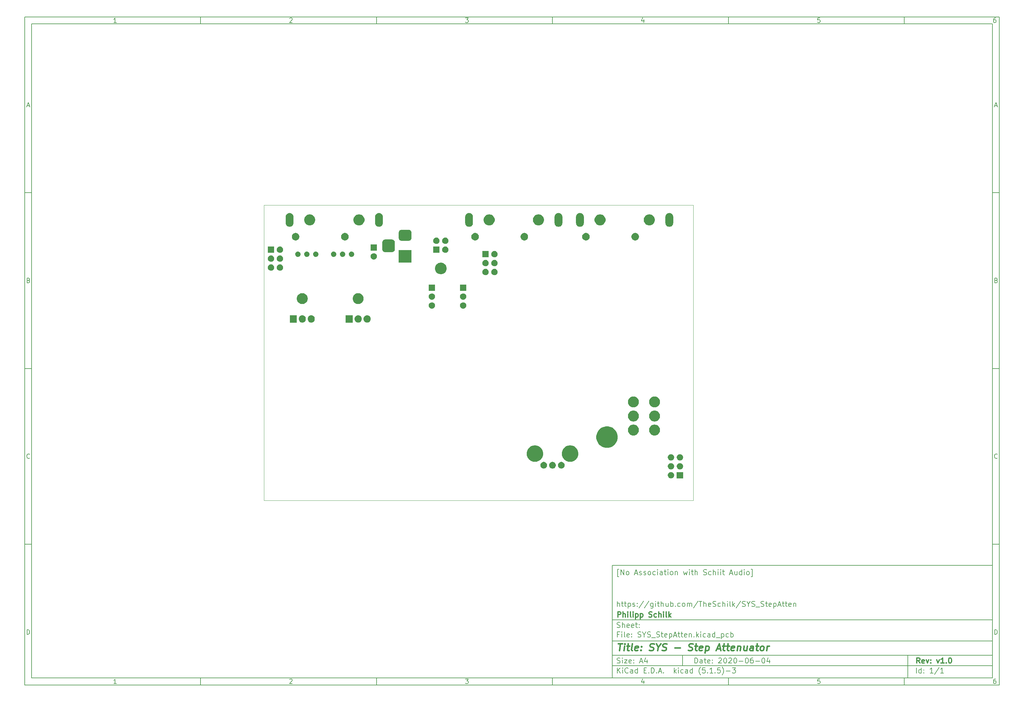
<source format=gbr>
G04 #@! TF.GenerationSoftware,KiCad,Pcbnew,(5.1.5)-3*
G04 #@! TF.CreationDate,2020-06-04T18:22:52+02:00*
G04 #@! TF.ProjectId,SYS_StepAtten,5359535f-5374-4657-9041-7474656e2e6b,v1.0*
G04 #@! TF.SameCoordinates,Original*
G04 #@! TF.FileFunction,Soldermask,Bot*
G04 #@! TF.FilePolarity,Negative*
%FSLAX46Y46*%
G04 Gerber Fmt 4.6, Leading zero omitted, Abs format (unit mm)*
G04 Created by KiCad (PCBNEW (5.1.5)-3) date 2020-06-04 18:22:52*
%MOMM*%
%LPD*%
G04 APERTURE LIST*
%ADD10C,0.100000*%
%ADD11C,0.150000*%
%ADD12C,0.300000*%
%ADD13C,0.400000*%
%ADD14C,0.050000*%
G04 APERTURE END LIST*
D10*
D11*
X177002200Y-166007200D02*
X177002200Y-198007200D01*
X285002200Y-198007200D01*
X285002200Y-166007200D01*
X177002200Y-166007200D01*
D10*
D11*
X10000000Y-10000000D02*
X10000000Y-200007200D01*
X287002200Y-200007200D01*
X287002200Y-10000000D01*
X10000000Y-10000000D01*
D10*
D11*
X12000000Y-12000000D02*
X12000000Y-198007200D01*
X285002200Y-198007200D01*
X285002200Y-12000000D01*
X12000000Y-12000000D01*
D10*
D11*
X60000000Y-12000000D02*
X60000000Y-10000000D01*
D10*
D11*
X110000000Y-12000000D02*
X110000000Y-10000000D01*
D10*
D11*
X160000000Y-12000000D02*
X160000000Y-10000000D01*
D10*
D11*
X210000000Y-12000000D02*
X210000000Y-10000000D01*
D10*
D11*
X260000000Y-12000000D02*
X260000000Y-10000000D01*
D10*
D11*
X36065476Y-11588095D02*
X35322619Y-11588095D01*
X35694047Y-11588095D02*
X35694047Y-10288095D01*
X35570238Y-10473809D01*
X35446428Y-10597619D01*
X35322619Y-10659523D01*
D10*
D11*
X85322619Y-10411904D02*
X85384523Y-10350000D01*
X85508333Y-10288095D01*
X85817857Y-10288095D01*
X85941666Y-10350000D01*
X86003571Y-10411904D01*
X86065476Y-10535714D01*
X86065476Y-10659523D01*
X86003571Y-10845238D01*
X85260714Y-11588095D01*
X86065476Y-11588095D01*
D10*
D11*
X135260714Y-10288095D02*
X136065476Y-10288095D01*
X135632142Y-10783333D01*
X135817857Y-10783333D01*
X135941666Y-10845238D01*
X136003571Y-10907142D01*
X136065476Y-11030952D01*
X136065476Y-11340476D01*
X136003571Y-11464285D01*
X135941666Y-11526190D01*
X135817857Y-11588095D01*
X135446428Y-11588095D01*
X135322619Y-11526190D01*
X135260714Y-11464285D01*
D10*
D11*
X185941666Y-10721428D02*
X185941666Y-11588095D01*
X185632142Y-10226190D02*
X185322619Y-11154761D01*
X186127380Y-11154761D01*
D10*
D11*
X236003571Y-10288095D02*
X235384523Y-10288095D01*
X235322619Y-10907142D01*
X235384523Y-10845238D01*
X235508333Y-10783333D01*
X235817857Y-10783333D01*
X235941666Y-10845238D01*
X236003571Y-10907142D01*
X236065476Y-11030952D01*
X236065476Y-11340476D01*
X236003571Y-11464285D01*
X235941666Y-11526190D01*
X235817857Y-11588095D01*
X235508333Y-11588095D01*
X235384523Y-11526190D01*
X235322619Y-11464285D01*
D10*
D11*
X285941666Y-10288095D02*
X285694047Y-10288095D01*
X285570238Y-10350000D01*
X285508333Y-10411904D01*
X285384523Y-10597619D01*
X285322619Y-10845238D01*
X285322619Y-11340476D01*
X285384523Y-11464285D01*
X285446428Y-11526190D01*
X285570238Y-11588095D01*
X285817857Y-11588095D01*
X285941666Y-11526190D01*
X286003571Y-11464285D01*
X286065476Y-11340476D01*
X286065476Y-11030952D01*
X286003571Y-10907142D01*
X285941666Y-10845238D01*
X285817857Y-10783333D01*
X285570238Y-10783333D01*
X285446428Y-10845238D01*
X285384523Y-10907142D01*
X285322619Y-11030952D01*
D10*
D11*
X60000000Y-198007200D02*
X60000000Y-200007200D01*
D10*
D11*
X110000000Y-198007200D02*
X110000000Y-200007200D01*
D10*
D11*
X160000000Y-198007200D02*
X160000000Y-200007200D01*
D10*
D11*
X210000000Y-198007200D02*
X210000000Y-200007200D01*
D10*
D11*
X260000000Y-198007200D02*
X260000000Y-200007200D01*
D10*
D11*
X36065476Y-199595295D02*
X35322619Y-199595295D01*
X35694047Y-199595295D02*
X35694047Y-198295295D01*
X35570238Y-198481009D01*
X35446428Y-198604819D01*
X35322619Y-198666723D01*
D10*
D11*
X85322619Y-198419104D02*
X85384523Y-198357200D01*
X85508333Y-198295295D01*
X85817857Y-198295295D01*
X85941666Y-198357200D01*
X86003571Y-198419104D01*
X86065476Y-198542914D01*
X86065476Y-198666723D01*
X86003571Y-198852438D01*
X85260714Y-199595295D01*
X86065476Y-199595295D01*
D10*
D11*
X135260714Y-198295295D02*
X136065476Y-198295295D01*
X135632142Y-198790533D01*
X135817857Y-198790533D01*
X135941666Y-198852438D01*
X136003571Y-198914342D01*
X136065476Y-199038152D01*
X136065476Y-199347676D01*
X136003571Y-199471485D01*
X135941666Y-199533390D01*
X135817857Y-199595295D01*
X135446428Y-199595295D01*
X135322619Y-199533390D01*
X135260714Y-199471485D01*
D10*
D11*
X185941666Y-198728628D02*
X185941666Y-199595295D01*
X185632142Y-198233390D02*
X185322619Y-199161961D01*
X186127380Y-199161961D01*
D10*
D11*
X236003571Y-198295295D02*
X235384523Y-198295295D01*
X235322619Y-198914342D01*
X235384523Y-198852438D01*
X235508333Y-198790533D01*
X235817857Y-198790533D01*
X235941666Y-198852438D01*
X236003571Y-198914342D01*
X236065476Y-199038152D01*
X236065476Y-199347676D01*
X236003571Y-199471485D01*
X235941666Y-199533390D01*
X235817857Y-199595295D01*
X235508333Y-199595295D01*
X235384523Y-199533390D01*
X235322619Y-199471485D01*
D10*
D11*
X285941666Y-198295295D02*
X285694047Y-198295295D01*
X285570238Y-198357200D01*
X285508333Y-198419104D01*
X285384523Y-198604819D01*
X285322619Y-198852438D01*
X285322619Y-199347676D01*
X285384523Y-199471485D01*
X285446428Y-199533390D01*
X285570238Y-199595295D01*
X285817857Y-199595295D01*
X285941666Y-199533390D01*
X286003571Y-199471485D01*
X286065476Y-199347676D01*
X286065476Y-199038152D01*
X286003571Y-198914342D01*
X285941666Y-198852438D01*
X285817857Y-198790533D01*
X285570238Y-198790533D01*
X285446428Y-198852438D01*
X285384523Y-198914342D01*
X285322619Y-199038152D01*
D10*
D11*
X10000000Y-60000000D02*
X12000000Y-60000000D01*
D10*
D11*
X10000000Y-110000000D02*
X12000000Y-110000000D01*
D10*
D11*
X10000000Y-160000000D02*
X12000000Y-160000000D01*
D10*
D11*
X10690476Y-35216666D02*
X11309523Y-35216666D01*
X10566666Y-35588095D02*
X11000000Y-34288095D01*
X11433333Y-35588095D01*
D10*
D11*
X11092857Y-84907142D02*
X11278571Y-84969047D01*
X11340476Y-85030952D01*
X11402380Y-85154761D01*
X11402380Y-85340476D01*
X11340476Y-85464285D01*
X11278571Y-85526190D01*
X11154761Y-85588095D01*
X10659523Y-85588095D01*
X10659523Y-84288095D01*
X11092857Y-84288095D01*
X11216666Y-84350000D01*
X11278571Y-84411904D01*
X11340476Y-84535714D01*
X11340476Y-84659523D01*
X11278571Y-84783333D01*
X11216666Y-84845238D01*
X11092857Y-84907142D01*
X10659523Y-84907142D01*
D10*
D11*
X11402380Y-135464285D02*
X11340476Y-135526190D01*
X11154761Y-135588095D01*
X11030952Y-135588095D01*
X10845238Y-135526190D01*
X10721428Y-135402380D01*
X10659523Y-135278571D01*
X10597619Y-135030952D01*
X10597619Y-134845238D01*
X10659523Y-134597619D01*
X10721428Y-134473809D01*
X10845238Y-134350000D01*
X11030952Y-134288095D01*
X11154761Y-134288095D01*
X11340476Y-134350000D01*
X11402380Y-134411904D01*
D10*
D11*
X10659523Y-185588095D02*
X10659523Y-184288095D01*
X10969047Y-184288095D01*
X11154761Y-184350000D01*
X11278571Y-184473809D01*
X11340476Y-184597619D01*
X11402380Y-184845238D01*
X11402380Y-185030952D01*
X11340476Y-185278571D01*
X11278571Y-185402380D01*
X11154761Y-185526190D01*
X10969047Y-185588095D01*
X10659523Y-185588095D01*
D10*
D11*
X287002200Y-60000000D02*
X285002200Y-60000000D01*
D10*
D11*
X287002200Y-110000000D02*
X285002200Y-110000000D01*
D10*
D11*
X287002200Y-160000000D02*
X285002200Y-160000000D01*
D10*
D11*
X285692676Y-35216666D02*
X286311723Y-35216666D01*
X285568866Y-35588095D02*
X286002200Y-34288095D01*
X286435533Y-35588095D01*
D10*
D11*
X286095057Y-84907142D02*
X286280771Y-84969047D01*
X286342676Y-85030952D01*
X286404580Y-85154761D01*
X286404580Y-85340476D01*
X286342676Y-85464285D01*
X286280771Y-85526190D01*
X286156961Y-85588095D01*
X285661723Y-85588095D01*
X285661723Y-84288095D01*
X286095057Y-84288095D01*
X286218866Y-84350000D01*
X286280771Y-84411904D01*
X286342676Y-84535714D01*
X286342676Y-84659523D01*
X286280771Y-84783333D01*
X286218866Y-84845238D01*
X286095057Y-84907142D01*
X285661723Y-84907142D01*
D10*
D11*
X286404580Y-135464285D02*
X286342676Y-135526190D01*
X286156961Y-135588095D01*
X286033152Y-135588095D01*
X285847438Y-135526190D01*
X285723628Y-135402380D01*
X285661723Y-135278571D01*
X285599819Y-135030952D01*
X285599819Y-134845238D01*
X285661723Y-134597619D01*
X285723628Y-134473809D01*
X285847438Y-134350000D01*
X286033152Y-134288095D01*
X286156961Y-134288095D01*
X286342676Y-134350000D01*
X286404580Y-134411904D01*
D10*
D11*
X285661723Y-185588095D02*
X285661723Y-184288095D01*
X285971247Y-184288095D01*
X286156961Y-184350000D01*
X286280771Y-184473809D01*
X286342676Y-184597619D01*
X286404580Y-184845238D01*
X286404580Y-185030952D01*
X286342676Y-185278571D01*
X286280771Y-185402380D01*
X286156961Y-185526190D01*
X285971247Y-185588095D01*
X285661723Y-185588095D01*
D10*
D11*
X200434342Y-193785771D02*
X200434342Y-192285771D01*
X200791485Y-192285771D01*
X201005771Y-192357200D01*
X201148628Y-192500057D01*
X201220057Y-192642914D01*
X201291485Y-192928628D01*
X201291485Y-193142914D01*
X201220057Y-193428628D01*
X201148628Y-193571485D01*
X201005771Y-193714342D01*
X200791485Y-193785771D01*
X200434342Y-193785771D01*
X202577200Y-193785771D02*
X202577200Y-193000057D01*
X202505771Y-192857200D01*
X202362914Y-192785771D01*
X202077200Y-192785771D01*
X201934342Y-192857200D01*
X202577200Y-193714342D02*
X202434342Y-193785771D01*
X202077200Y-193785771D01*
X201934342Y-193714342D01*
X201862914Y-193571485D01*
X201862914Y-193428628D01*
X201934342Y-193285771D01*
X202077200Y-193214342D01*
X202434342Y-193214342D01*
X202577200Y-193142914D01*
X203077200Y-192785771D02*
X203648628Y-192785771D01*
X203291485Y-192285771D02*
X203291485Y-193571485D01*
X203362914Y-193714342D01*
X203505771Y-193785771D01*
X203648628Y-193785771D01*
X204720057Y-193714342D02*
X204577200Y-193785771D01*
X204291485Y-193785771D01*
X204148628Y-193714342D01*
X204077200Y-193571485D01*
X204077200Y-193000057D01*
X204148628Y-192857200D01*
X204291485Y-192785771D01*
X204577200Y-192785771D01*
X204720057Y-192857200D01*
X204791485Y-193000057D01*
X204791485Y-193142914D01*
X204077200Y-193285771D01*
X205434342Y-193642914D02*
X205505771Y-193714342D01*
X205434342Y-193785771D01*
X205362914Y-193714342D01*
X205434342Y-193642914D01*
X205434342Y-193785771D01*
X205434342Y-192857200D02*
X205505771Y-192928628D01*
X205434342Y-193000057D01*
X205362914Y-192928628D01*
X205434342Y-192857200D01*
X205434342Y-193000057D01*
X207220057Y-192428628D02*
X207291485Y-192357200D01*
X207434342Y-192285771D01*
X207791485Y-192285771D01*
X207934342Y-192357200D01*
X208005771Y-192428628D01*
X208077200Y-192571485D01*
X208077200Y-192714342D01*
X208005771Y-192928628D01*
X207148628Y-193785771D01*
X208077200Y-193785771D01*
X209005771Y-192285771D02*
X209148628Y-192285771D01*
X209291485Y-192357200D01*
X209362914Y-192428628D01*
X209434342Y-192571485D01*
X209505771Y-192857200D01*
X209505771Y-193214342D01*
X209434342Y-193500057D01*
X209362914Y-193642914D01*
X209291485Y-193714342D01*
X209148628Y-193785771D01*
X209005771Y-193785771D01*
X208862914Y-193714342D01*
X208791485Y-193642914D01*
X208720057Y-193500057D01*
X208648628Y-193214342D01*
X208648628Y-192857200D01*
X208720057Y-192571485D01*
X208791485Y-192428628D01*
X208862914Y-192357200D01*
X209005771Y-192285771D01*
X210077200Y-192428628D02*
X210148628Y-192357200D01*
X210291485Y-192285771D01*
X210648628Y-192285771D01*
X210791485Y-192357200D01*
X210862914Y-192428628D01*
X210934342Y-192571485D01*
X210934342Y-192714342D01*
X210862914Y-192928628D01*
X210005771Y-193785771D01*
X210934342Y-193785771D01*
X211862914Y-192285771D02*
X212005771Y-192285771D01*
X212148628Y-192357200D01*
X212220057Y-192428628D01*
X212291485Y-192571485D01*
X212362914Y-192857200D01*
X212362914Y-193214342D01*
X212291485Y-193500057D01*
X212220057Y-193642914D01*
X212148628Y-193714342D01*
X212005771Y-193785771D01*
X211862914Y-193785771D01*
X211720057Y-193714342D01*
X211648628Y-193642914D01*
X211577200Y-193500057D01*
X211505771Y-193214342D01*
X211505771Y-192857200D01*
X211577200Y-192571485D01*
X211648628Y-192428628D01*
X211720057Y-192357200D01*
X211862914Y-192285771D01*
X213005771Y-193214342D02*
X214148628Y-193214342D01*
X215148628Y-192285771D02*
X215291485Y-192285771D01*
X215434342Y-192357200D01*
X215505771Y-192428628D01*
X215577200Y-192571485D01*
X215648628Y-192857200D01*
X215648628Y-193214342D01*
X215577200Y-193500057D01*
X215505771Y-193642914D01*
X215434342Y-193714342D01*
X215291485Y-193785771D01*
X215148628Y-193785771D01*
X215005771Y-193714342D01*
X214934342Y-193642914D01*
X214862914Y-193500057D01*
X214791485Y-193214342D01*
X214791485Y-192857200D01*
X214862914Y-192571485D01*
X214934342Y-192428628D01*
X215005771Y-192357200D01*
X215148628Y-192285771D01*
X216934342Y-192285771D02*
X216648628Y-192285771D01*
X216505771Y-192357200D01*
X216434342Y-192428628D01*
X216291485Y-192642914D01*
X216220057Y-192928628D01*
X216220057Y-193500057D01*
X216291485Y-193642914D01*
X216362914Y-193714342D01*
X216505771Y-193785771D01*
X216791485Y-193785771D01*
X216934342Y-193714342D01*
X217005771Y-193642914D01*
X217077200Y-193500057D01*
X217077200Y-193142914D01*
X217005771Y-193000057D01*
X216934342Y-192928628D01*
X216791485Y-192857200D01*
X216505771Y-192857200D01*
X216362914Y-192928628D01*
X216291485Y-193000057D01*
X216220057Y-193142914D01*
X217720057Y-193214342D02*
X218862914Y-193214342D01*
X219862914Y-192285771D02*
X220005771Y-192285771D01*
X220148628Y-192357200D01*
X220220057Y-192428628D01*
X220291485Y-192571485D01*
X220362914Y-192857200D01*
X220362914Y-193214342D01*
X220291485Y-193500057D01*
X220220057Y-193642914D01*
X220148628Y-193714342D01*
X220005771Y-193785771D01*
X219862914Y-193785771D01*
X219720057Y-193714342D01*
X219648628Y-193642914D01*
X219577200Y-193500057D01*
X219505771Y-193214342D01*
X219505771Y-192857200D01*
X219577200Y-192571485D01*
X219648628Y-192428628D01*
X219720057Y-192357200D01*
X219862914Y-192285771D01*
X221648628Y-192785771D02*
X221648628Y-193785771D01*
X221291485Y-192214342D02*
X220934342Y-193285771D01*
X221862914Y-193285771D01*
D10*
D11*
X177002200Y-194507200D02*
X285002200Y-194507200D01*
D10*
D11*
X178434342Y-196585771D02*
X178434342Y-195085771D01*
X179291485Y-196585771D02*
X178648628Y-195728628D01*
X179291485Y-195085771D02*
X178434342Y-195942914D01*
X179934342Y-196585771D02*
X179934342Y-195585771D01*
X179934342Y-195085771D02*
X179862914Y-195157200D01*
X179934342Y-195228628D01*
X180005771Y-195157200D01*
X179934342Y-195085771D01*
X179934342Y-195228628D01*
X181505771Y-196442914D02*
X181434342Y-196514342D01*
X181220057Y-196585771D01*
X181077200Y-196585771D01*
X180862914Y-196514342D01*
X180720057Y-196371485D01*
X180648628Y-196228628D01*
X180577200Y-195942914D01*
X180577200Y-195728628D01*
X180648628Y-195442914D01*
X180720057Y-195300057D01*
X180862914Y-195157200D01*
X181077200Y-195085771D01*
X181220057Y-195085771D01*
X181434342Y-195157200D01*
X181505771Y-195228628D01*
X182791485Y-196585771D02*
X182791485Y-195800057D01*
X182720057Y-195657200D01*
X182577200Y-195585771D01*
X182291485Y-195585771D01*
X182148628Y-195657200D01*
X182791485Y-196514342D02*
X182648628Y-196585771D01*
X182291485Y-196585771D01*
X182148628Y-196514342D01*
X182077200Y-196371485D01*
X182077200Y-196228628D01*
X182148628Y-196085771D01*
X182291485Y-196014342D01*
X182648628Y-196014342D01*
X182791485Y-195942914D01*
X184148628Y-196585771D02*
X184148628Y-195085771D01*
X184148628Y-196514342D02*
X184005771Y-196585771D01*
X183720057Y-196585771D01*
X183577200Y-196514342D01*
X183505771Y-196442914D01*
X183434342Y-196300057D01*
X183434342Y-195871485D01*
X183505771Y-195728628D01*
X183577200Y-195657200D01*
X183720057Y-195585771D01*
X184005771Y-195585771D01*
X184148628Y-195657200D01*
X186005771Y-195800057D02*
X186505771Y-195800057D01*
X186720057Y-196585771D02*
X186005771Y-196585771D01*
X186005771Y-195085771D01*
X186720057Y-195085771D01*
X187362914Y-196442914D02*
X187434342Y-196514342D01*
X187362914Y-196585771D01*
X187291485Y-196514342D01*
X187362914Y-196442914D01*
X187362914Y-196585771D01*
X188077200Y-196585771D02*
X188077200Y-195085771D01*
X188434342Y-195085771D01*
X188648628Y-195157200D01*
X188791485Y-195300057D01*
X188862914Y-195442914D01*
X188934342Y-195728628D01*
X188934342Y-195942914D01*
X188862914Y-196228628D01*
X188791485Y-196371485D01*
X188648628Y-196514342D01*
X188434342Y-196585771D01*
X188077200Y-196585771D01*
X189577200Y-196442914D02*
X189648628Y-196514342D01*
X189577200Y-196585771D01*
X189505771Y-196514342D01*
X189577200Y-196442914D01*
X189577200Y-196585771D01*
X190220057Y-196157200D02*
X190934342Y-196157200D01*
X190077200Y-196585771D02*
X190577200Y-195085771D01*
X191077200Y-196585771D01*
X191577200Y-196442914D02*
X191648628Y-196514342D01*
X191577200Y-196585771D01*
X191505771Y-196514342D01*
X191577200Y-196442914D01*
X191577200Y-196585771D01*
X194577200Y-196585771D02*
X194577200Y-195085771D01*
X194720057Y-196014342D02*
X195148628Y-196585771D01*
X195148628Y-195585771D02*
X194577200Y-196157200D01*
X195791485Y-196585771D02*
X195791485Y-195585771D01*
X195791485Y-195085771D02*
X195720057Y-195157200D01*
X195791485Y-195228628D01*
X195862914Y-195157200D01*
X195791485Y-195085771D01*
X195791485Y-195228628D01*
X197148628Y-196514342D02*
X197005771Y-196585771D01*
X196720057Y-196585771D01*
X196577200Y-196514342D01*
X196505771Y-196442914D01*
X196434342Y-196300057D01*
X196434342Y-195871485D01*
X196505771Y-195728628D01*
X196577200Y-195657200D01*
X196720057Y-195585771D01*
X197005771Y-195585771D01*
X197148628Y-195657200D01*
X198434342Y-196585771D02*
X198434342Y-195800057D01*
X198362914Y-195657200D01*
X198220057Y-195585771D01*
X197934342Y-195585771D01*
X197791485Y-195657200D01*
X198434342Y-196514342D02*
X198291485Y-196585771D01*
X197934342Y-196585771D01*
X197791485Y-196514342D01*
X197720057Y-196371485D01*
X197720057Y-196228628D01*
X197791485Y-196085771D01*
X197934342Y-196014342D01*
X198291485Y-196014342D01*
X198434342Y-195942914D01*
X199791485Y-196585771D02*
X199791485Y-195085771D01*
X199791485Y-196514342D02*
X199648628Y-196585771D01*
X199362914Y-196585771D01*
X199220057Y-196514342D01*
X199148628Y-196442914D01*
X199077200Y-196300057D01*
X199077200Y-195871485D01*
X199148628Y-195728628D01*
X199220057Y-195657200D01*
X199362914Y-195585771D01*
X199648628Y-195585771D01*
X199791485Y-195657200D01*
X202077200Y-197157200D02*
X202005771Y-197085771D01*
X201862914Y-196871485D01*
X201791485Y-196728628D01*
X201720057Y-196514342D01*
X201648628Y-196157200D01*
X201648628Y-195871485D01*
X201720057Y-195514342D01*
X201791485Y-195300057D01*
X201862914Y-195157200D01*
X202005771Y-194942914D01*
X202077200Y-194871485D01*
X203362914Y-195085771D02*
X202648628Y-195085771D01*
X202577200Y-195800057D01*
X202648628Y-195728628D01*
X202791485Y-195657200D01*
X203148628Y-195657200D01*
X203291485Y-195728628D01*
X203362914Y-195800057D01*
X203434342Y-195942914D01*
X203434342Y-196300057D01*
X203362914Y-196442914D01*
X203291485Y-196514342D01*
X203148628Y-196585771D01*
X202791485Y-196585771D01*
X202648628Y-196514342D01*
X202577200Y-196442914D01*
X204077200Y-196442914D02*
X204148628Y-196514342D01*
X204077200Y-196585771D01*
X204005771Y-196514342D01*
X204077200Y-196442914D01*
X204077200Y-196585771D01*
X205577200Y-196585771D02*
X204720057Y-196585771D01*
X205148628Y-196585771D02*
X205148628Y-195085771D01*
X205005771Y-195300057D01*
X204862914Y-195442914D01*
X204720057Y-195514342D01*
X206220057Y-196442914D02*
X206291485Y-196514342D01*
X206220057Y-196585771D01*
X206148628Y-196514342D01*
X206220057Y-196442914D01*
X206220057Y-196585771D01*
X207648628Y-195085771D02*
X206934342Y-195085771D01*
X206862914Y-195800057D01*
X206934342Y-195728628D01*
X207077200Y-195657200D01*
X207434342Y-195657200D01*
X207577200Y-195728628D01*
X207648628Y-195800057D01*
X207720057Y-195942914D01*
X207720057Y-196300057D01*
X207648628Y-196442914D01*
X207577200Y-196514342D01*
X207434342Y-196585771D01*
X207077200Y-196585771D01*
X206934342Y-196514342D01*
X206862914Y-196442914D01*
X208220057Y-197157200D02*
X208291485Y-197085771D01*
X208434342Y-196871485D01*
X208505771Y-196728628D01*
X208577200Y-196514342D01*
X208648628Y-196157200D01*
X208648628Y-195871485D01*
X208577200Y-195514342D01*
X208505771Y-195300057D01*
X208434342Y-195157200D01*
X208291485Y-194942914D01*
X208220057Y-194871485D01*
X209362914Y-196014342D02*
X210505771Y-196014342D01*
X211077200Y-195085771D02*
X212005771Y-195085771D01*
X211505771Y-195657200D01*
X211720057Y-195657200D01*
X211862914Y-195728628D01*
X211934342Y-195800057D01*
X212005771Y-195942914D01*
X212005771Y-196300057D01*
X211934342Y-196442914D01*
X211862914Y-196514342D01*
X211720057Y-196585771D01*
X211291485Y-196585771D01*
X211148628Y-196514342D01*
X211077200Y-196442914D01*
D10*
D11*
X177002200Y-191507200D02*
X285002200Y-191507200D01*
D10*
D12*
X264411485Y-193785771D02*
X263911485Y-193071485D01*
X263554342Y-193785771D02*
X263554342Y-192285771D01*
X264125771Y-192285771D01*
X264268628Y-192357200D01*
X264340057Y-192428628D01*
X264411485Y-192571485D01*
X264411485Y-192785771D01*
X264340057Y-192928628D01*
X264268628Y-193000057D01*
X264125771Y-193071485D01*
X263554342Y-193071485D01*
X265625771Y-193714342D02*
X265482914Y-193785771D01*
X265197200Y-193785771D01*
X265054342Y-193714342D01*
X264982914Y-193571485D01*
X264982914Y-193000057D01*
X265054342Y-192857200D01*
X265197200Y-192785771D01*
X265482914Y-192785771D01*
X265625771Y-192857200D01*
X265697200Y-193000057D01*
X265697200Y-193142914D01*
X264982914Y-193285771D01*
X266197200Y-192785771D02*
X266554342Y-193785771D01*
X266911485Y-192785771D01*
X267482914Y-193642914D02*
X267554342Y-193714342D01*
X267482914Y-193785771D01*
X267411485Y-193714342D01*
X267482914Y-193642914D01*
X267482914Y-193785771D01*
X267482914Y-192857200D02*
X267554342Y-192928628D01*
X267482914Y-193000057D01*
X267411485Y-192928628D01*
X267482914Y-192857200D01*
X267482914Y-193000057D01*
X269197200Y-192785771D02*
X269554342Y-193785771D01*
X269911485Y-192785771D01*
X271268628Y-193785771D02*
X270411485Y-193785771D01*
X270840057Y-193785771D02*
X270840057Y-192285771D01*
X270697200Y-192500057D01*
X270554342Y-192642914D01*
X270411485Y-192714342D01*
X271911485Y-193642914D02*
X271982914Y-193714342D01*
X271911485Y-193785771D01*
X271840057Y-193714342D01*
X271911485Y-193642914D01*
X271911485Y-193785771D01*
X272911485Y-192285771D02*
X273054342Y-192285771D01*
X273197200Y-192357200D01*
X273268628Y-192428628D01*
X273340057Y-192571485D01*
X273411485Y-192857200D01*
X273411485Y-193214342D01*
X273340057Y-193500057D01*
X273268628Y-193642914D01*
X273197200Y-193714342D01*
X273054342Y-193785771D01*
X272911485Y-193785771D01*
X272768628Y-193714342D01*
X272697200Y-193642914D01*
X272625771Y-193500057D01*
X272554342Y-193214342D01*
X272554342Y-192857200D01*
X272625771Y-192571485D01*
X272697200Y-192428628D01*
X272768628Y-192357200D01*
X272911485Y-192285771D01*
D10*
D11*
X178362914Y-193714342D02*
X178577200Y-193785771D01*
X178934342Y-193785771D01*
X179077200Y-193714342D01*
X179148628Y-193642914D01*
X179220057Y-193500057D01*
X179220057Y-193357200D01*
X179148628Y-193214342D01*
X179077200Y-193142914D01*
X178934342Y-193071485D01*
X178648628Y-193000057D01*
X178505771Y-192928628D01*
X178434342Y-192857200D01*
X178362914Y-192714342D01*
X178362914Y-192571485D01*
X178434342Y-192428628D01*
X178505771Y-192357200D01*
X178648628Y-192285771D01*
X179005771Y-192285771D01*
X179220057Y-192357200D01*
X179862914Y-193785771D02*
X179862914Y-192785771D01*
X179862914Y-192285771D02*
X179791485Y-192357200D01*
X179862914Y-192428628D01*
X179934342Y-192357200D01*
X179862914Y-192285771D01*
X179862914Y-192428628D01*
X180434342Y-192785771D02*
X181220057Y-192785771D01*
X180434342Y-193785771D01*
X181220057Y-193785771D01*
X182362914Y-193714342D02*
X182220057Y-193785771D01*
X181934342Y-193785771D01*
X181791485Y-193714342D01*
X181720057Y-193571485D01*
X181720057Y-193000057D01*
X181791485Y-192857200D01*
X181934342Y-192785771D01*
X182220057Y-192785771D01*
X182362914Y-192857200D01*
X182434342Y-193000057D01*
X182434342Y-193142914D01*
X181720057Y-193285771D01*
X183077200Y-193642914D02*
X183148628Y-193714342D01*
X183077200Y-193785771D01*
X183005771Y-193714342D01*
X183077200Y-193642914D01*
X183077200Y-193785771D01*
X183077200Y-192857200D02*
X183148628Y-192928628D01*
X183077200Y-193000057D01*
X183005771Y-192928628D01*
X183077200Y-192857200D01*
X183077200Y-193000057D01*
X184862914Y-193357200D02*
X185577200Y-193357200D01*
X184720057Y-193785771D02*
X185220057Y-192285771D01*
X185720057Y-193785771D01*
X186862914Y-192785771D02*
X186862914Y-193785771D01*
X186505771Y-192214342D02*
X186148628Y-193285771D01*
X187077200Y-193285771D01*
D10*
D11*
X263434342Y-196585771D02*
X263434342Y-195085771D01*
X264791485Y-196585771D02*
X264791485Y-195085771D01*
X264791485Y-196514342D02*
X264648628Y-196585771D01*
X264362914Y-196585771D01*
X264220057Y-196514342D01*
X264148628Y-196442914D01*
X264077200Y-196300057D01*
X264077200Y-195871485D01*
X264148628Y-195728628D01*
X264220057Y-195657200D01*
X264362914Y-195585771D01*
X264648628Y-195585771D01*
X264791485Y-195657200D01*
X265505771Y-196442914D02*
X265577200Y-196514342D01*
X265505771Y-196585771D01*
X265434342Y-196514342D01*
X265505771Y-196442914D01*
X265505771Y-196585771D01*
X265505771Y-195657200D02*
X265577200Y-195728628D01*
X265505771Y-195800057D01*
X265434342Y-195728628D01*
X265505771Y-195657200D01*
X265505771Y-195800057D01*
X268148628Y-196585771D02*
X267291485Y-196585771D01*
X267720057Y-196585771D02*
X267720057Y-195085771D01*
X267577200Y-195300057D01*
X267434342Y-195442914D01*
X267291485Y-195514342D01*
X269862914Y-195014342D02*
X268577200Y-196942914D01*
X271148628Y-196585771D02*
X270291485Y-196585771D01*
X270720057Y-196585771D02*
X270720057Y-195085771D01*
X270577200Y-195300057D01*
X270434342Y-195442914D01*
X270291485Y-195514342D01*
D10*
D11*
X177002200Y-187507200D02*
X285002200Y-187507200D01*
D10*
D13*
X178714580Y-188211961D02*
X179857438Y-188211961D01*
X179036009Y-190211961D02*
X179286009Y-188211961D01*
X180274104Y-190211961D02*
X180440771Y-188878628D01*
X180524104Y-188211961D02*
X180416961Y-188307200D01*
X180500295Y-188402438D01*
X180607438Y-188307200D01*
X180524104Y-188211961D01*
X180500295Y-188402438D01*
X181107438Y-188878628D02*
X181869342Y-188878628D01*
X181476485Y-188211961D02*
X181262200Y-189926247D01*
X181333628Y-190116723D01*
X181512200Y-190211961D01*
X181702676Y-190211961D01*
X182655057Y-190211961D02*
X182476485Y-190116723D01*
X182405057Y-189926247D01*
X182619342Y-188211961D01*
X184190771Y-190116723D02*
X183988390Y-190211961D01*
X183607438Y-190211961D01*
X183428866Y-190116723D01*
X183357438Y-189926247D01*
X183452676Y-189164342D01*
X183571723Y-188973866D01*
X183774104Y-188878628D01*
X184155057Y-188878628D01*
X184333628Y-188973866D01*
X184405057Y-189164342D01*
X184381247Y-189354819D01*
X183405057Y-189545295D01*
X185155057Y-190021485D02*
X185238390Y-190116723D01*
X185131247Y-190211961D01*
X185047914Y-190116723D01*
X185155057Y-190021485D01*
X185131247Y-190211961D01*
X185286009Y-188973866D02*
X185369342Y-189069104D01*
X185262200Y-189164342D01*
X185178866Y-189069104D01*
X185286009Y-188973866D01*
X185262200Y-189164342D01*
X187524104Y-190116723D02*
X187797914Y-190211961D01*
X188274104Y-190211961D01*
X188476485Y-190116723D01*
X188583628Y-190021485D01*
X188702676Y-189831009D01*
X188726485Y-189640533D01*
X188655057Y-189450057D01*
X188571723Y-189354819D01*
X188393152Y-189259580D01*
X188024104Y-189164342D01*
X187845533Y-189069104D01*
X187762200Y-188973866D01*
X187690771Y-188783390D01*
X187714580Y-188592914D01*
X187833628Y-188402438D01*
X187940771Y-188307200D01*
X188143152Y-188211961D01*
X188619342Y-188211961D01*
X188893152Y-188307200D01*
X190012200Y-189259580D02*
X189893152Y-190211961D01*
X189476485Y-188211961D02*
X190012200Y-189259580D01*
X190809819Y-188211961D01*
X191143152Y-190116723D02*
X191416961Y-190211961D01*
X191893152Y-190211961D01*
X192095533Y-190116723D01*
X192202676Y-190021485D01*
X192321723Y-189831009D01*
X192345533Y-189640533D01*
X192274104Y-189450057D01*
X192190771Y-189354819D01*
X192012200Y-189259580D01*
X191643152Y-189164342D01*
X191464580Y-189069104D01*
X191381247Y-188973866D01*
X191309819Y-188783390D01*
X191333628Y-188592914D01*
X191452676Y-188402438D01*
X191559819Y-188307200D01*
X191762200Y-188211961D01*
X192238390Y-188211961D01*
X192512200Y-188307200D01*
X194750295Y-189450057D02*
X196274104Y-189450057D01*
X198571723Y-190116723D02*
X198845533Y-190211961D01*
X199321723Y-190211961D01*
X199524104Y-190116723D01*
X199631247Y-190021485D01*
X199750295Y-189831009D01*
X199774104Y-189640533D01*
X199702676Y-189450057D01*
X199619342Y-189354819D01*
X199440771Y-189259580D01*
X199071723Y-189164342D01*
X198893152Y-189069104D01*
X198809819Y-188973866D01*
X198738390Y-188783390D01*
X198762200Y-188592914D01*
X198881247Y-188402438D01*
X198988390Y-188307200D01*
X199190771Y-188211961D01*
X199666961Y-188211961D01*
X199940771Y-188307200D01*
X200440771Y-188878628D02*
X201202676Y-188878628D01*
X200809819Y-188211961D02*
X200595533Y-189926247D01*
X200666961Y-190116723D01*
X200845533Y-190211961D01*
X201036009Y-190211961D01*
X202476485Y-190116723D02*
X202274104Y-190211961D01*
X201893152Y-190211961D01*
X201714580Y-190116723D01*
X201643152Y-189926247D01*
X201738390Y-189164342D01*
X201857438Y-188973866D01*
X202059819Y-188878628D01*
X202440771Y-188878628D01*
X202619342Y-188973866D01*
X202690771Y-189164342D01*
X202666961Y-189354819D01*
X201690771Y-189545295D01*
X203583628Y-188878628D02*
X203333628Y-190878628D01*
X203571723Y-188973866D02*
X203774104Y-188878628D01*
X204155057Y-188878628D01*
X204333628Y-188973866D01*
X204416961Y-189069104D01*
X204488390Y-189259580D01*
X204416961Y-189831009D01*
X204297914Y-190021485D01*
X204190771Y-190116723D01*
X203988390Y-190211961D01*
X203607438Y-190211961D01*
X203428866Y-190116723D01*
X206726485Y-189640533D02*
X207678866Y-189640533D01*
X206464580Y-190211961D02*
X207381247Y-188211961D01*
X207797914Y-190211961D01*
X208345533Y-188878628D02*
X209107438Y-188878628D01*
X208714580Y-188211961D02*
X208500295Y-189926247D01*
X208571723Y-190116723D01*
X208750295Y-190211961D01*
X208940771Y-190211961D01*
X209488390Y-188878628D02*
X210250295Y-188878628D01*
X209857438Y-188211961D02*
X209643152Y-189926247D01*
X209714580Y-190116723D01*
X209893152Y-190211961D01*
X210083628Y-190211961D01*
X211524104Y-190116723D02*
X211321723Y-190211961D01*
X210940771Y-190211961D01*
X210762200Y-190116723D01*
X210690771Y-189926247D01*
X210786009Y-189164342D01*
X210905057Y-188973866D01*
X211107438Y-188878628D01*
X211488390Y-188878628D01*
X211666961Y-188973866D01*
X211738390Y-189164342D01*
X211714580Y-189354819D01*
X210738390Y-189545295D01*
X212631247Y-188878628D02*
X212464580Y-190211961D01*
X212607438Y-189069104D02*
X212714580Y-188973866D01*
X212916961Y-188878628D01*
X213202676Y-188878628D01*
X213381247Y-188973866D01*
X213452676Y-189164342D01*
X213321723Y-190211961D01*
X215297914Y-188878628D02*
X215131247Y-190211961D01*
X214440771Y-188878628D02*
X214309819Y-189926247D01*
X214381247Y-190116723D01*
X214559819Y-190211961D01*
X214845533Y-190211961D01*
X215047914Y-190116723D01*
X215155057Y-190021485D01*
X216940771Y-190211961D02*
X217071723Y-189164342D01*
X217000295Y-188973866D01*
X216821723Y-188878628D01*
X216440771Y-188878628D01*
X216238390Y-188973866D01*
X216952676Y-190116723D02*
X216750295Y-190211961D01*
X216274104Y-190211961D01*
X216095533Y-190116723D01*
X216024104Y-189926247D01*
X216047914Y-189735771D01*
X216166961Y-189545295D01*
X216369342Y-189450057D01*
X216845533Y-189450057D01*
X217047914Y-189354819D01*
X217774104Y-188878628D02*
X218536009Y-188878628D01*
X218143152Y-188211961D02*
X217928866Y-189926247D01*
X218000295Y-190116723D01*
X218178866Y-190211961D01*
X218369342Y-190211961D01*
X219321723Y-190211961D02*
X219143152Y-190116723D01*
X219059819Y-190021485D01*
X218988390Y-189831009D01*
X219059819Y-189259580D01*
X219178866Y-189069104D01*
X219286009Y-188973866D01*
X219488390Y-188878628D01*
X219774104Y-188878628D01*
X219952676Y-188973866D01*
X220036009Y-189069104D01*
X220107438Y-189259580D01*
X220036009Y-189831009D01*
X219916961Y-190021485D01*
X219809819Y-190116723D01*
X219607438Y-190211961D01*
X219321723Y-190211961D01*
X220845533Y-190211961D02*
X221012199Y-188878628D01*
X220964580Y-189259580D02*
X221083628Y-189069104D01*
X221190771Y-188973866D01*
X221393152Y-188878628D01*
X221583628Y-188878628D01*
D10*
D11*
X178934342Y-185600057D02*
X178434342Y-185600057D01*
X178434342Y-186385771D02*
X178434342Y-184885771D01*
X179148628Y-184885771D01*
X179720057Y-186385771D02*
X179720057Y-185385771D01*
X179720057Y-184885771D02*
X179648628Y-184957200D01*
X179720057Y-185028628D01*
X179791485Y-184957200D01*
X179720057Y-184885771D01*
X179720057Y-185028628D01*
X180648628Y-186385771D02*
X180505771Y-186314342D01*
X180434342Y-186171485D01*
X180434342Y-184885771D01*
X181791485Y-186314342D02*
X181648628Y-186385771D01*
X181362914Y-186385771D01*
X181220057Y-186314342D01*
X181148628Y-186171485D01*
X181148628Y-185600057D01*
X181220057Y-185457200D01*
X181362914Y-185385771D01*
X181648628Y-185385771D01*
X181791485Y-185457200D01*
X181862914Y-185600057D01*
X181862914Y-185742914D01*
X181148628Y-185885771D01*
X182505771Y-186242914D02*
X182577200Y-186314342D01*
X182505771Y-186385771D01*
X182434342Y-186314342D01*
X182505771Y-186242914D01*
X182505771Y-186385771D01*
X182505771Y-185457200D02*
X182577200Y-185528628D01*
X182505771Y-185600057D01*
X182434342Y-185528628D01*
X182505771Y-185457200D01*
X182505771Y-185600057D01*
X184291485Y-186314342D02*
X184505771Y-186385771D01*
X184862914Y-186385771D01*
X185005771Y-186314342D01*
X185077200Y-186242914D01*
X185148628Y-186100057D01*
X185148628Y-185957200D01*
X185077200Y-185814342D01*
X185005771Y-185742914D01*
X184862914Y-185671485D01*
X184577200Y-185600057D01*
X184434342Y-185528628D01*
X184362914Y-185457200D01*
X184291485Y-185314342D01*
X184291485Y-185171485D01*
X184362914Y-185028628D01*
X184434342Y-184957200D01*
X184577200Y-184885771D01*
X184934342Y-184885771D01*
X185148628Y-184957200D01*
X186077200Y-185671485D02*
X186077200Y-186385771D01*
X185577200Y-184885771D02*
X186077200Y-185671485D01*
X186577200Y-184885771D01*
X187005771Y-186314342D02*
X187220057Y-186385771D01*
X187577200Y-186385771D01*
X187720057Y-186314342D01*
X187791485Y-186242914D01*
X187862914Y-186100057D01*
X187862914Y-185957200D01*
X187791485Y-185814342D01*
X187720057Y-185742914D01*
X187577200Y-185671485D01*
X187291485Y-185600057D01*
X187148628Y-185528628D01*
X187077200Y-185457200D01*
X187005771Y-185314342D01*
X187005771Y-185171485D01*
X187077200Y-185028628D01*
X187148628Y-184957200D01*
X187291485Y-184885771D01*
X187648628Y-184885771D01*
X187862914Y-184957200D01*
X188148628Y-186528628D02*
X189291485Y-186528628D01*
X189577200Y-186314342D02*
X189791485Y-186385771D01*
X190148628Y-186385771D01*
X190291485Y-186314342D01*
X190362914Y-186242914D01*
X190434342Y-186100057D01*
X190434342Y-185957200D01*
X190362914Y-185814342D01*
X190291485Y-185742914D01*
X190148628Y-185671485D01*
X189862914Y-185600057D01*
X189720057Y-185528628D01*
X189648628Y-185457200D01*
X189577200Y-185314342D01*
X189577200Y-185171485D01*
X189648628Y-185028628D01*
X189720057Y-184957200D01*
X189862914Y-184885771D01*
X190220057Y-184885771D01*
X190434342Y-184957200D01*
X190862914Y-185385771D02*
X191434342Y-185385771D01*
X191077200Y-184885771D02*
X191077200Y-186171485D01*
X191148628Y-186314342D01*
X191291485Y-186385771D01*
X191434342Y-186385771D01*
X192505771Y-186314342D02*
X192362914Y-186385771D01*
X192077200Y-186385771D01*
X191934342Y-186314342D01*
X191862914Y-186171485D01*
X191862914Y-185600057D01*
X191934342Y-185457200D01*
X192077200Y-185385771D01*
X192362914Y-185385771D01*
X192505771Y-185457200D01*
X192577200Y-185600057D01*
X192577200Y-185742914D01*
X191862914Y-185885771D01*
X193220057Y-185385771D02*
X193220057Y-186885771D01*
X193220057Y-185457200D02*
X193362914Y-185385771D01*
X193648628Y-185385771D01*
X193791485Y-185457200D01*
X193862914Y-185528628D01*
X193934342Y-185671485D01*
X193934342Y-186100057D01*
X193862914Y-186242914D01*
X193791485Y-186314342D01*
X193648628Y-186385771D01*
X193362914Y-186385771D01*
X193220057Y-186314342D01*
X194505771Y-185957200D02*
X195220057Y-185957200D01*
X194362914Y-186385771D02*
X194862914Y-184885771D01*
X195362914Y-186385771D01*
X195648628Y-185385771D02*
X196220057Y-185385771D01*
X195862914Y-184885771D02*
X195862914Y-186171485D01*
X195934342Y-186314342D01*
X196077200Y-186385771D01*
X196220057Y-186385771D01*
X196505771Y-185385771D02*
X197077200Y-185385771D01*
X196720057Y-184885771D02*
X196720057Y-186171485D01*
X196791485Y-186314342D01*
X196934342Y-186385771D01*
X197077200Y-186385771D01*
X198148628Y-186314342D02*
X198005771Y-186385771D01*
X197720057Y-186385771D01*
X197577200Y-186314342D01*
X197505771Y-186171485D01*
X197505771Y-185600057D01*
X197577200Y-185457200D01*
X197720057Y-185385771D01*
X198005771Y-185385771D01*
X198148628Y-185457200D01*
X198220057Y-185600057D01*
X198220057Y-185742914D01*
X197505771Y-185885771D01*
X198862914Y-185385771D02*
X198862914Y-186385771D01*
X198862914Y-185528628D02*
X198934342Y-185457200D01*
X199077200Y-185385771D01*
X199291485Y-185385771D01*
X199434342Y-185457200D01*
X199505771Y-185600057D01*
X199505771Y-186385771D01*
X200220057Y-186242914D02*
X200291485Y-186314342D01*
X200220057Y-186385771D01*
X200148628Y-186314342D01*
X200220057Y-186242914D01*
X200220057Y-186385771D01*
X200934342Y-186385771D02*
X200934342Y-184885771D01*
X201077200Y-185814342D02*
X201505771Y-186385771D01*
X201505771Y-185385771D02*
X200934342Y-185957200D01*
X202148628Y-186385771D02*
X202148628Y-185385771D01*
X202148628Y-184885771D02*
X202077200Y-184957200D01*
X202148628Y-185028628D01*
X202220057Y-184957200D01*
X202148628Y-184885771D01*
X202148628Y-185028628D01*
X203505771Y-186314342D02*
X203362914Y-186385771D01*
X203077200Y-186385771D01*
X202934342Y-186314342D01*
X202862914Y-186242914D01*
X202791485Y-186100057D01*
X202791485Y-185671485D01*
X202862914Y-185528628D01*
X202934342Y-185457200D01*
X203077200Y-185385771D01*
X203362914Y-185385771D01*
X203505771Y-185457200D01*
X204791485Y-186385771D02*
X204791485Y-185600057D01*
X204720057Y-185457200D01*
X204577200Y-185385771D01*
X204291485Y-185385771D01*
X204148628Y-185457200D01*
X204791485Y-186314342D02*
X204648628Y-186385771D01*
X204291485Y-186385771D01*
X204148628Y-186314342D01*
X204077200Y-186171485D01*
X204077200Y-186028628D01*
X204148628Y-185885771D01*
X204291485Y-185814342D01*
X204648628Y-185814342D01*
X204791485Y-185742914D01*
X206148628Y-186385771D02*
X206148628Y-184885771D01*
X206148628Y-186314342D02*
X206005771Y-186385771D01*
X205720057Y-186385771D01*
X205577200Y-186314342D01*
X205505771Y-186242914D01*
X205434342Y-186100057D01*
X205434342Y-185671485D01*
X205505771Y-185528628D01*
X205577200Y-185457200D01*
X205720057Y-185385771D01*
X206005771Y-185385771D01*
X206148628Y-185457200D01*
X206505771Y-186528628D02*
X207648628Y-186528628D01*
X208005771Y-185385771D02*
X208005771Y-186885771D01*
X208005771Y-185457200D02*
X208148628Y-185385771D01*
X208434342Y-185385771D01*
X208577200Y-185457200D01*
X208648628Y-185528628D01*
X208720057Y-185671485D01*
X208720057Y-186100057D01*
X208648628Y-186242914D01*
X208577200Y-186314342D01*
X208434342Y-186385771D01*
X208148628Y-186385771D01*
X208005771Y-186314342D01*
X210005771Y-186314342D02*
X209862914Y-186385771D01*
X209577200Y-186385771D01*
X209434342Y-186314342D01*
X209362914Y-186242914D01*
X209291485Y-186100057D01*
X209291485Y-185671485D01*
X209362914Y-185528628D01*
X209434342Y-185457200D01*
X209577200Y-185385771D01*
X209862914Y-185385771D01*
X210005771Y-185457200D01*
X210648628Y-186385771D02*
X210648628Y-184885771D01*
X210648628Y-185457200D02*
X210791485Y-185385771D01*
X211077200Y-185385771D01*
X211220057Y-185457200D01*
X211291485Y-185528628D01*
X211362914Y-185671485D01*
X211362914Y-186100057D01*
X211291485Y-186242914D01*
X211220057Y-186314342D01*
X211077200Y-186385771D01*
X210791485Y-186385771D01*
X210648628Y-186314342D01*
D10*
D11*
X177002200Y-181507200D02*
X285002200Y-181507200D01*
D10*
D11*
X178362914Y-183614342D02*
X178577200Y-183685771D01*
X178934342Y-183685771D01*
X179077200Y-183614342D01*
X179148628Y-183542914D01*
X179220057Y-183400057D01*
X179220057Y-183257200D01*
X179148628Y-183114342D01*
X179077200Y-183042914D01*
X178934342Y-182971485D01*
X178648628Y-182900057D01*
X178505771Y-182828628D01*
X178434342Y-182757200D01*
X178362914Y-182614342D01*
X178362914Y-182471485D01*
X178434342Y-182328628D01*
X178505771Y-182257200D01*
X178648628Y-182185771D01*
X179005771Y-182185771D01*
X179220057Y-182257200D01*
X179862914Y-183685771D02*
X179862914Y-182185771D01*
X180505771Y-183685771D02*
X180505771Y-182900057D01*
X180434342Y-182757200D01*
X180291485Y-182685771D01*
X180077200Y-182685771D01*
X179934342Y-182757200D01*
X179862914Y-182828628D01*
X181791485Y-183614342D02*
X181648628Y-183685771D01*
X181362914Y-183685771D01*
X181220057Y-183614342D01*
X181148628Y-183471485D01*
X181148628Y-182900057D01*
X181220057Y-182757200D01*
X181362914Y-182685771D01*
X181648628Y-182685771D01*
X181791485Y-182757200D01*
X181862914Y-182900057D01*
X181862914Y-183042914D01*
X181148628Y-183185771D01*
X183077200Y-183614342D02*
X182934342Y-183685771D01*
X182648628Y-183685771D01*
X182505771Y-183614342D01*
X182434342Y-183471485D01*
X182434342Y-182900057D01*
X182505771Y-182757200D01*
X182648628Y-182685771D01*
X182934342Y-182685771D01*
X183077200Y-182757200D01*
X183148628Y-182900057D01*
X183148628Y-183042914D01*
X182434342Y-183185771D01*
X183577200Y-182685771D02*
X184148628Y-182685771D01*
X183791485Y-182185771D02*
X183791485Y-183471485D01*
X183862914Y-183614342D01*
X184005771Y-183685771D01*
X184148628Y-183685771D01*
X184648628Y-183542914D02*
X184720057Y-183614342D01*
X184648628Y-183685771D01*
X184577200Y-183614342D01*
X184648628Y-183542914D01*
X184648628Y-183685771D01*
X184648628Y-182757200D02*
X184720057Y-182828628D01*
X184648628Y-182900057D01*
X184577200Y-182828628D01*
X184648628Y-182757200D01*
X184648628Y-182900057D01*
D10*
D12*
X178554342Y-180685771D02*
X178554342Y-179185771D01*
X179125771Y-179185771D01*
X179268628Y-179257200D01*
X179340057Y-179328628D01*
X179411485Y-179471485D01*
X179411485Y-179685771D01*
X179340057Y-179828628D01*
X179268628Y-179900057D01*
X179125771Y-179971485D01*
X178554342Y-179971485D01*
X180054342Y-180685771D02*
X180054342Y-179185771D01*
X180697200Y-180685771D02*
X180697200Y-179900057D01*
X180625771Y-179757200D01*
X180482914Y-179685771D01*
X180268628Y-179685771D01*
X180125771Y-179757200D01*
X180054342Y-179828628D01*
X181411485Y-180685771D02*
X181411485Y-179685771D01*
X181411485Y-179185771D02*
X181340057Y-179257200D01*
X181411485Y-179328628D01*
X181482914Y-179257200D01*
X181411485Y-179185771D01*
X181411485Y-179328628D01*
X182340057Y-180685771D02*
X182197200Y-180614342D01*
X182125771Y-180471485D01*
X182125771Y-179185771D01*
X182911485Y-180685771D02*
X182911485Y-179685771D01*
X182911485Y-179185771D02*
X182840057Y-179257200D01*
X182911485Y-179328628D01*
X182982914Y-179257200D01*
X182911485Y-179185771D01*
X182911485Y-179328628D01*
X183625771Y-179685771D02*
X183625771Y-181185771D01*
X183625771Y-179757200D02*
X183768628Y-179685771D01*
X184054342Y-179685771D01*
X184197200Y-179757200D01*
X184268628Y-179828628D01*
X184340057Y-179971485D01*
X184340057Y-180400057D01*
X184268628Y-180542914D01*
X184197200Y-180614342D01*
X184054342Y-180685771D01*
X183768628Y-180685771D01*
X183625771Y-180614342D01*
X184982914Y-179685771D02*
X184982914Y-181185771D01*
X184982914Y-179757200D02*
X185125771Y-179685771D01*
X185411485Y-179685771D01*
X185554342Y-179757200D01*
X185625771Y-179828628D01*
X185697200Y-179971485D01*
X185697200Y-180400057D01*
X185625771Y-180542914D01*
X185554342Y-180614342D01*
X185411485Y-180685771D01*
X185125771Y-180685771D01*
X184982914Y-180614342D01*
X187411485Y-180614342D02*
X187625771Y-180685771D01*
X187982914Y-180685771D01*
X188125771Y-180614342D01*
X188197200Y-180542914D01*
X188268628Y-180400057D01*
X188268628Y-180257200D01*
X188197200Y-180114342D01*
X188125771Y-180042914D01*
X187982914Y-179971485D01*
X187697200Y-179900057D01*
X187554342Y-179828628D01*
X187482914Y-179757200D01*
X187411485Y-179614342D01*
X187411485Y-179471485D01*
X187482914Y-179328628D01*
X187554342Y-179257200D01*
X187697200Y-179185771D01*
X188054342Y-179185771D01*
X188268628Y-179257200D01*
X189554342Y-180614342D02*
X189411485Y-180685771D01*
X189125771Y-180685771D01*
X188982914Y-180614342D01*
X188911485Y-180542914D01*
X188840057Y-180400057D01*
X188840057Y-179971485D01*
X188911485Y-179828628D01*
X188982914Y-179757200D01*
X189125771Y-179685771D01*
X189411485Y-179685771D01*
X189554342Y-179757200D01*
X190197200Y-180685771D02*
X190197200Y-179185771D01*
X190840057Y-180685771D02*
X190840057Y-179900057D01*
X190768628Y-179757200D01*
X190625771Y-179685771D01*
X190411485Y-179685771D01*
X190268628Y-179757200D01*
X190197200Y-179828628D01*
X191554342Y-180685771D02*
X191554342Y-179685771D01*
X191554342Y-179185771D02*
X191482914Y-179257200D01*
X191554342Y-179328628D01*
X191625771Y-179257200D01*
X191554342Y-179185771D01*
X191554342Y-179328628D01*
X192482914Y-180685771D02*
X192340057Y-180614342D01*
X192268628Y-180471485D01*
X192268628Y-179185771D01*
X193054342Y-180685771D02*
X193054342Y-179185771D01*
X193197200Y-180114342D02*
X193625771Y-180685771D01*
X193625771Y-179685771D02*
X193054342Y-180257200D01*
D10*
D11*
X178434342Y-177685771D02*
X178434342Y-176185771D01*
X179077200Y-177685771D02*
X179077200Y-176900057D01*
X179005771Y-176757200D01*
X178862914Y-176685771D01*
X178648628Y-176685771D01*
X178505771Y-176757200D01*
X178434342Y-176828628D01*
X179577200Y-176685771D02*
X180148628Y-176685771D01*
X179791485Y-176185771D02*
X179791485Y-177471485D01*
X179862914Y-177614342D01*
X180005771Y-177685771D01*
X180148628Y-177685771D01*
X180434342Y-176685771D02*
X181005771Y-176685771D01*
X180648628Y-176185771D02*
X180648628Y-177471485D01*
X180720057Y-177614342D01*
X180862914Y-177685771D01*
X181005771Y-177685771D01*
X181505771Y-176685771D02*
X181505771Y-178185771D01*
X181505771Y-176757200D02*
X181648628Y-176685771D01*
X181934342Y-176685771D01*
X182077200Y-176757200D01*
X182148628Y-176828628D01*
X182220057Y-176971485D01*
X182220057Y-177400057D01*
X182148628Y-177542914D01*
X182077200Y-177614342D01*
X181934342Y-177685771D01*
X181648628Y-177685771D01*
X181505771Y-177614342D01*
X182791485Y-177614342D02*
X182934342Y-177685771D01*
X183220057Y-177685771D01*
X183362914Y-177614342D01*
X183434342Y-177471485D01*
X183434342Y-177400057D01*
X183362914Y-177257200D01*
X183220057Y-177185771D01*
X183005771Y-177185771D01*
X182862914Y-177114342D01*
X182791485Y-176971485D01*
X182791485Y-176900057D01*
X182862914Y-176757200D01*
X183005771Y-176685771D01*
X183220057Y-176685771D01*
X183362914Y-176757200D01*
X184077200Y-177542914D02*
X184148628Y-177614342D01*
X184077200Y-177685771D01*
X184005771Y-177614342D01*
X184077200Y-177542914D01*
X184077200Y-177685771D01*
X184077200Y-176757200D02*
X184148628Y-176828628D01*
X184077200Y-176900057D01*
X184005771Y-176828628D01*
X184077200Y-176757200D01*
X184077200Y-176900057D01*
X185862914Y-176114342D02*
X184577200Y-178042914D01*
X187434342Y-176114342D02*
X186148628Y-178042914D01*
X188577200Y-176685771D02*
X188577200Y-177900057D01*
X188505771Y-178042914D01*
X188434342Y-178114342D01*
X188291485Y-178185771D01*
X188077200Y-178185771D01*
X187934342Y-178114342D01*
X188577200Y-177614342D02*
X188434342Y-177685771D01*
X188148628Y-177685771D01*
X188005771Y-177614342D01*
X187934342Y-177542914D01*
X187862914Y-177400057D01*
X187862914Y-176971485D01*
X187934342Y-176828628D01*
X188005771Y-176757200D01*
X188148628Y-176685771D01*
X188434342Y-176685771D01*
X188577200Y-176757200D01*
X189291485Y-177685771D02*
X189291485Y-176685771D01*
X189291485Y-176185771D02*
X189220057Y-176257200D01*
X189291485Y-176328628D01*
X189362914Y-176257200D01*
X189291485Y-176185771D01*
X189291485Y-176328628D01*
X189791485Y-176685771D02*
X190362914Y-176685771D01*
X190005771Y-176185771D02*
X190005771Y-177471485D01*
X190077200Y-177614342D01*
X190220057Y-177685771D01*
X190362914Y-177685771D01*
X190862914Y-177685771D02*
X190862914Y-176185771D01*
X191505771Y-177685771D02*
X191505771Y-176900057D01*
X191434342Y-176757200D01*
X191291485Y-176685771D01*
X191077200Y-176685771D01*
X190934342Y-176757200D01*
X190862914Y-176828628D01*
X192862914Y-176685771D02*
X192862914Y-177685771D01*
X192220057Y-176685771D02*
X192220057Y-177471485D01*
X192291485Y-177614342D01*
X192434342Y-177685771D01*
X192648628Y-177685771D01*
X192791485Y-177614342D01*
X192862914Y-177542914D01*
X193577200Y-177685771D02*
X193577200Y-176185771D01*
X193577200Y-176757200D02*
X193720057Y-176685771D01*
X194005771Y-176685771D01*
X194148628Y-176757200D01*
X194220057Y-176828628D01*
X194291485Y-176971485D01*
X194291485Y-177400057D01*
X194220057Y-177542914D01*
X194148628Y-177614342D01*
X194005771Y-177685771D01*
X193720057Y-177685771D01*
X193577200Y-177614342D01*
X194934342Y-177542914D02*
X195005771Y-177614342D01*
X194934342Y-177685771D01*
X194862914Y-177614342D01*
X194934342Y-177542914D01*
X194934342Y-177685771D01*
X196291485Y-177614342D02*
X196148628Y-177685771D01*
X195862914Y-177685771D01*
X195720057Y-177614342D01*
X195648628Y-177542914D01*
X195577200Y-177400057D01*
X195577200Y-176971485D01*
X195648628Y-176828628D01*
X195720057Y-176757200D01*
X195862914Y-176685771D01*
X196148628Y-176685771D01*
X196291485Y-176757200D01*
X197148628Y-177685771D02*
X197005771Y-177614342D01*
X196934342Y-177542914D01*
X196862914Y-177400057D01*
X196862914Y-176971485D01*
X196934342Y-176828628D01*
X197005771Y-176757200D01*
X197148628Y-176685771D01*
X197362914Y-176685771D01*
X197505771Y-176757200D01*
X197577200Y-176828628D01*
X197648628Y-176971485D01*
X197648628Y-177400057D01*
X197577200Y-177542914D01*
X197505771Y-177614342D01*
X197362914Y-177685771D01*
X197148628Y-177685771D01*
X198291485Y-177685771D02*
X198291485Y-176685771D01*
X198291485Y-176828628D02*
X198362914Y-176757200D01*
X198505771Y-176685771D01*
X198720057Y-176685771D01*
X198862914Y-176757200D01*
X198934342Y-176900057D01*
X198934342Y-177685771D01*
X198934342Y-176900057D02*
X199005771Y-176757200D01*
X199148628Y-176685771D01*
X199362914Y-176685771D01*
X199505771Y-176757200D01*
X199577200Y-176900057D01*
X199577200Y-177685771D01*
X201362914Y-176114342D02*
X200077200Y-178042914D01*
X201648628Y-176185771D02*
X202505771Y-176185771D01*
X202077200Y-177685771D02*
X202077200Y-176185771D01*
X203005771Y-177685771D02*
X203005771Y-176185771D01*
X203648628Y-177685771D02*
X203648628Y-176900057D01*
X203577200Y-176757200D01*
X203434342Y-176685771D01*
X203220057Y-176685771D01*
X203077200Y-176757200D01*
X203005771Y-176828628D01*
X204934342Y-177614342D02*
X204791485Y-177685771D01*
X204505771Y-177685771D01*
X204362914Y-177614342D01*
X204291485Y-177471485D01*
X204291485Y-176900057D01*
X204362914Y-176757200D01*
X204505771Y-176685771D01*
X204791485Y-176685771D01*
X204934342Y-176757200D01*
X205005771Y-176900057D01*
X205005771Y-177042914D01*
X204291485Y-177185771D01*
X205577200Y-177614342D02*
X205791485Y-177685771D01*
X206148628Y-177685771D01*
X206291485Y-177614342D01*
X206362914Y-177542914D01*
X206434342Y-177400057D01*
X206434342Y-177257200D01*
X206362914Y-177114342D01*
X206291485Y-177042914D01*
X206148628Y-176971485D01*
X205862914Y-176900057D01*
X205720057Y-176828628D01*
X205648628Y-176757200D01*
X205577200Y-176614342D01*
X205577200Y-176471485D01*
X205648628Y-176328628D01*
X205720057Y-176257200D01*
X205862914Y-176185771D01*
X206220057Y-176185771D01*
X206434342Y-176257200D01*
X207720057Y-177614342D02*
X207577200Y-177685771D01*
X207291485Y-177685771D01*
X207148628Y-177614342D01*
X207077200Y-177542914D01*
X207005771Y-177400057D01*
X207005771Y-176971485D01*
X207077200Y-176828628D01*
X207148628Y-176757200D01*
X207291485Y-176685771D01*
X207577200Y-176685771D01*
X207720057Y-176757200D01*
X208362914Y-177685771D02*
X208362914Y-176185771D01*
X209005771Y-177685771D02*
X209005771Y-176900057D01*
X208934342Y-176757200D01*
X208791485Y-176685771D01*
X208577200Y-176685771D01*
X208434342Y-176757200D01*
X208362914Y-176828628D01*
X209720057Y-177685771D02*
X209720057Y-176685771D01*
X209720057Y-176185771D02*
X209648628Y-176257200D01*
X209720057Y-176328628D01*
X209791485Y-176257200D01*
X209720057Y-176185771D01*
X209720057Y-176328628D01*
X210648628Y-177685771D02*
X210505771Y-177614342D01*
X210434342Y-177471485D01*
X210434342Y-176185771D01*
X211220057Y-177685771D02*
X211220057Y-176185771D01*
X211362914Y-177114342D02*
X211791485Y-177685771D01*
X211791485Y-176685771D02*
X211220057Y-177257200D01*
X213505771Y-176114342D02*
X212220057Y-178042914D01*
X213934342Y-177614342D02*
X214148628Y-177685771D01*
X214505771Y-177685771D01*
X214648628Y-177614342D01*
X214720057Y-177542914D01*
X214791485Y-177400057D01*
X214791485Y-177257200D01*
X214720057Y-177114342D01*
X214648628Y-177042914D01*
X214505771Y-176971485D01*
X214220057Y-176900057D01*
X214077200Y-176828628D01*
X214005771Y-176757200D01*
X213934342Y-176614342D01*
X213934342Y-176471485D01*
X214005771Y-176328628D01*
X214077200Y-176257200D01*
X214220057Y-176185771D01*
X214577200Y-176185771D01*
X214791485Y-176257200D01*
X215720057Y-176971485D02*
X215720057Y-177685771D01*
X215220057Y-176185771D02*
X215720057Y-176971485D01*
X216220057Y-176185771D01*
X216648628Y-177614342D02*
X216862914Y-177685771D01*
X217220057Y-177685771D01*
X217362914Y-177614342D01*
X217434342Y-177542914D01*
X217505771Y-177400057D01*
X217505771Y-177257200D01*
X217434342Y-177114342D01*
X217362914Y-177042914D01*
X217220057Y-176971485D01*
X216934342Y-176900057D01*
X216791485Y-176828628D01*
X216720057Y-176757200D01*
X216648628Y-176614342D01*
X216648628Y-176471485D01*
X216720057Y-176328628D01*
X216791485Y-176257200D01*
X216934342Y-176185771D01*
X217291485Y-176185771D01*
X217505771Y-176257200D01*
X217791485Y-177828628D02*
X218934342Y-177828628D01*
X219220057Y-177614342D02*
X219434342Y-177685771D01*
X219791485Y-177685771D01*
X219934342Y-177614342D01*
X220005771Y-177542914D01*
X220077200Y-177400057D01*
X220077200Y-177257200D01*
X220005771Y-177114342D01*
X219934342Y-177042914D01*
X219791485Y-176971485D01*
X219505771Y-176900057D01*
X219362914Y-176828628D01*
X219291485Y-176757200D01*
X219220057Y-176614342D01*
X219220057Y-176471485D01*
X219291485Y-176328628D01*
X219362914Y-176257200D01*
X219505771Y-176185771D01*
X219862914Y-176185771D01*
X220077200Y-176257200D01*
X220505771Y-176685771D02*
X221077200Y-176685771D01*
X220720057Y-176185771D02*
X220720057Y-177471485D01*
X220791485Y-177614342D01*
X220934342Y-177685771D01*
X221077200Y-177685771D01*
X222148628Y-177614342D02*
X222005771Y-177685771D01*
X221720057Y-177685771D01*
X221577200Y-177614342D01*
X221505771Y-177471485D01*
X221505771Y-176900057D01*
X221577200Y-176757200D01*
X221720057Y-176685771D01*
X222005771Y-176685771D01*
X222148628Y-176757200D01*
X222220057Y-176900057D01*
X222220057Y-177042914D01*
X221505771Y-177185771D01*
X222862914Y-176685771D02*
X222862914Y-178185771D01*
X222862914Y-176757200D02*
X223005771Y-176685771D01*
X223291485Y-176685771D01*
X223434342Y-176757200D01*
X223505771Y-176828628D01*
X223577200Y-176971485D01*
X223577200Y-177400057D01*
X223505771Y-177542914D01*
X223434342Y-177614342D01*
X223291485Y-177685771D01*
X223005771Y-177685771D01*
X222862914Y-177614342D01*
X224148628Y-177257200D02*
X224862914Y-177257200D01*
X224005771Y-177685771D02*
X224505771Y-176185771D01*
X225005771Y-177685771D01*
X225291485Y-176685771D02*
X225862914Y-176685771D01*
X225505771Y-176185771D02*
X225505771Y-177471485D01*
X225577200Y-177614342D01*
X225720057Y-177685771D01*
X225862914Y-177685771D01*
X226148628Y-176685771D02*
X226720057Y-176685771D01*
X226362914Y-176185771D02*
X226362914Y-177471485D01*
X226434342Y-177614342D01*
X226577200Y-177685771D01*
X226720057Y-177685771D01*
X227791485Y-177614342D02*
X227648628Y-177685771D01*
X227362914Y-177685771D01*
X227220057Y-177614342D01*
X227148628Y-177471485D01*
X227148628Y-176900057D01*
X227220057Y-176757200D01*
X227362914Y-176685771D01*
X227648628Y-176685771D01*
X227791485Y-176757200D01*
X227862914Y-176900057D01*
X227862914Y-177042914D01*
X227148628Y-177185771D01*
X228505771Y-176685771D02*
X228505771Y-177685771D01*
X228505771Y-176828628D02*
X228577200Y-176757200D01*
X228720057Y-176685771D01*
X228934342Y-176685771D01*
X229077200Y-176757200D01*
X229148628Y-176900057D01*
X229148628Y-177685771D01*
D10*
D11*
X178862914Y-169185771D02*
X178505771Y-169185771D01*
X178505771Y-167042914D01*
X178862914Y-167042914D01*
X179434342Y-168685771D02*
X179434342Y-167185771D01*
X180291485Y-168685771D01*
X180291485Y-167185771D01*
X181220057Y-168685771D02*
X181077200Y-168614342D01*
X181005771Y-168542914D01*
X180934342Y-168400057D01*
X180934342Y-167971485D01*
X181005771Y-167828628D01*
X181077200Y-167757200D01*
X181220057Y-167685771D01*
X181434342Y-167685771D01*
X181577200Y-167757200D01*
X181648628Y-167828628D01*
X181720057Y-167971485D01*
X181720057Y-168400057D01*
X181648628Y-168542914D01*
X181577200Y-168614342D01*
X181434342Y-168685771D01*
X181220057Y-168685771D01*
X183434342Y-168257200D02*
X184148628Y-168257200D01*
X183291485Y-168685771D02*
X183791485Y-167185771D01*
X184291485Y-168685771D01*
X184720057Y-168614342D02*
X184862914Y-168685771D01*
X185148628Y-168685771D01*
X185291485Y-168614342D01*
X185362914Y-168471485D01*
X185362914Y-168400057D01*
X185291485Y-168257200D01*
X185148628Y-168185771D01*
X184934342Y-168185771D01*
X184791485Y-168114342D01*
X184720057Y-167971485D01*
X184720057Y-167900057D01*
X184791485Y-167757200D01*
X184934342Y-167685771D01*
X185148628Y-167685771D01*
X185291485Y-167757200D01*
X185934342Y-168614342D02*
X186077200Y-168685771D01*
X186362914Y-168685771D01*
X186505771Y-168614342D01*
X186577200Y-168471485D01*
X186577200Y-168400057D01*
X186505771Y-168257200D01*
X186362914Y-168185771D01*
X186148628Y-168185771D01*
X186005771Y-168114342D01*
X185934342Y-167971485D01*
X185934342Y-167900057D01*
X186005771Y-167757200D01*
X186148628Y-167685771D01*
X186362914Y-167685771D01*
X186505771Y-167757200D01*
X187434342Y-168685771D02*
X187291485Y-168614342D01*
X187220057Y-168542914D01*
X187148628Y-168400057D01*
X187148628Y-167971485D01*
X187220057Y-167828628D01*
X187291485Y-167757200D01*
X187434342Y-167685771D01*
X187648628Y-167685771D01*
X187791485Y-167757200D01*
X187862914Y-167828628D01*
X187934342Y-167971485D01*
X187934342Y-168400057D01*
X187862914Y-168542914D01*
X187791485Y-168614342D01*
X187648628Y-168685771D01*
X187434342Y-168685771D01*
X189220057Y-168614342D02*
X189077200Y-168685771D01*
X188791485Y-168685771D01*
X188648628Y-168614342D01*
X188577200Y-168542914D01*
X188505771Y-168400057D01*
X188505771Y-167971485D01*
X188577200Y-167828628D01*
X188648628Y-167757200D01*
X188791485Y-167685771D01*
X189077200Y-167685771D01*
X189220057Y-167757200D01*
X189862914Y-168685771D02*
X189862914Y-167685771D01*
X189862914Y-167185771D02*
X189791485Y-167257200D01*
X189862914Y-167328628D01*
X189934342Y-167257200D01*
X189862914Y-167185771D01*
X189862914Y-167328628D01*
X191220057Y-168685771D02*
X191220057Y-167900057D01*
X191148628Y-167757200D01*
X191005771Y-167685771D01*
X190720057Y-167685771D01*
X190577200Y-167757200D01*
X191220057Y-168614342D02*
X191077200Y-168685771D01*
X190720057Y-168685771D01*
X190577200Y-168614342D01*
X190505771Y-168471485D01*
X190505771Y-168328628D01*
X190577200Y-168185771D01*
X190720057Y-168114342D01*
X191077200Y-168114342D01*
X191220057Y-168042914D01*
X191720057Y-167685771D02*
X192291485Y-167685771D01*
X191934342Y-167185771D02*
X191934342Y-168471485D01*
X192005771Y-168614342D01*
X192148628Y-168685771D01*
X192291485Y-168685771D01*
X192791485Y-168685771D02*
X192791485Y-167685771D01*
X192791485Y-167185771D02*
X192720057Y-167257200D01*
X192791485Y-167328628D01*
X192862914Y-167257200D01*
X192791485Y-167185771D01*
X192791485Y-167328628D01*
X193720057Y-168685771D02*
X193577200Y-168614342D01*
X193505771Y-168542914D01*
X193434342Y-168400057D01*
X193434342Y-167971485D01*
X193505771Y-167828628D01*
X193577200Y-167757200D01*
X193720057Y-167685771D01*
X193934342Y-167685771D01*
X194077200Y-167757200D01*
X194148628Y-167828628D01*
X194220057Y-167971485D01*
X194220057Y-168400057D01*
X194148628Y-168542914D01*
X194077200Y-168614342D01*
X193934342Y-168685771D01*
X193720057Y-168685771D01*
X194862914Y-167685771D02*
X194862914Y-168685771D01*
X194862914Y-167828628D02*
X194934342Y-167757200D01*
X195077200Y-167685771D01*
X195291485Y-167685771D01*
X195434342Y-167757200D01*
X195505771Y-167900057D01*
X195505771Y-168685771D01*
X197220057Y-167685771D02*
X197505771Y-168685771D01*
X197791485Y-167971485D01*
X198077200Y-168685771D01*
X198362914Y-167685771D01*
X198934342Y-168685771D02*
X198934342Y-167685771D01*
X198934342Y-167185771D02*
X198862914Y-167257200D01*
X198934342Y-167328628D01*
X199005771Y-167257200D01*
X198934342Y-167185771D01*
X198934342Y-167328628D01*
X199434342Y-167685771D02*
X200005771Y-167685771D01*
X199648628Y-167185771D02*
X199648628Y-168471485D01*
X199720057Y-168614342D01*
X199862914Y-168685771D01*
X200005771Y-168685771D01*
X200505771Y-168685771D02*
X200505771Y-167185771D01*
X201148628Y-168685771D02*
X201148628Y-167900057D01*
X201077200Y-167757200D01*
X200934342Y-167685771D01*
X200720057Y-167685771D01*
X200577200Y-167757200D01*
X200505771Y-167828628D01*
X202934342Y-168614342D02*
X203148628Y-168685771D01*
X203505771Y-168685771D01*
X203648628Y-168614342D01*
X203720057Y-168542914D01*
X203791485Y-168400057D01*
X203791485Y-168257200D01*
X203720057Y-168114342D01*
X203648628Y-168042914D01*
X203505771Y-167971485D01*
X203220057Y-167900057D01*
X203077200Y-167828628D01*
X203005771Y-167757200D01*
X202934342Y-167614342D01*
X202934342Y-167471485D01*
X203005771Y-167328628D01*
X203077200Y-167257200D01*
X203220057Y-167185771D01*
X203577200Y-167185771D01*
X203791485Y-167257200D01*
X205077200Y-168614342D02*
X204934342Y-168685771D01*
X204648628Y-168685771D01*
X204505771Y-168614342D01*
X204434342Y-168542914D01*
X204362914Y-168400057D01*
X204362914Y-167971485D01*
X204434342Y-167828628D01*
X204505771Y-167757200D01*
X204648628Y-167685771D01*
X204934342Y-167685771D01*
X205077200Y-167757200D01*
X205720057Y-168685771D02*
X205720057Y-167185771D01*
X206362914Y-168685771D02*
X206362914Y-167900057D01*
X206291485Y-167757200D01*
X206148628Y-167685771D01*
X205934342Y-167685771D01*
X205791485Y-167757200D01*
X205720057Y-167828628D01*
X207077200Y-168685771D02*
X207077200Y-167685771D01*
X207077200Y-167185771D02*
X207005771Y-167257200D01*
X207077200Y-167328628D01*
X207148628Y-167257200D01*
X207077200Y-167185771D01*
X207077200Y-167328628D01*
X207791485Y-168685771D02*
X207791485Y-167685771D01*
X207791485Y-167185771D02*
X207720057Y-167257200D01*
X207791485Y-167328628D01*
X207862914Y-167257200D01*
X207791485Y-167185771D01*
X207791485Y-167328628D01*
X208291485Y-167685771D02*
X208862914Y-167685771D01*
X208505771Y-167185771D02*
X208505771Y-168471485D01*
X208577200Y-168614342D01*
X208720057Y-168685771D01*
X208862914Y-168685771D01*
X210434342Y-168257200D02*
X211148628Y-168257200D01*
X210291485Y-168685771D02*
X210791485Y-167185771D01*
X211291485Y-168685771D01*
X212434342Y-167685771D02*
X212434342Y-168685771D01*
X211791485Y-167685771D02*
X211791485Y-168471485D01*
X211862914Y-168614342D01*
X212005771Y-168685771D01*
X212220057Y-168685771D01*
X212362914Y-168614342D01*
X212434342Y-168542914D01*
X213791485Y-168685771D02*
X213791485Y-167185771D01*
X213791485Y-168614342D02*
X213648628Y-168685771D01*
X213362914Y-168685771D01*
X213220057Y-168614342D01*
X213148628Y-168542914D01*
X213077200Y-168400057D01*
X213077200Y-167971485D01*
X213148628Y-167828628D01*
X213220057Y-167757200D01*
X213362914Y-167685771D01*
X213648628Y-167685771D01*
X213791485Y-167757200D01*
X214505771Y-168685771D02*
X214505771Y-167685771D01*
X214505771Y-167185771D02*
X214434342Y-167257200D01*
X214505771Y-167328628D01*
X214577200Y-167257200D01*
X214505771Y-167185771D01*
X214505771Y-167328628D01*
X215434342Y-168685771D02*
X215291485Y-168614342D01*
X215220057Y-168542914D01*
X215148628Y-168400057D01*
X215148628Y-167971485D01*
X215220057Y-167828628D01*
X215291485Y-167757200D01*
X215434342Y-167685771D01*
X215648628Y-167685771D01*
X215791485Y-167757200D01*
X215862914Y-167828628D01*
X215934342Y-167971485D01*
X215934342Y-168400057D01*
X215862914Y-168542914D01*
X215791485Y-168614342D01*
X215648628Y-168685771D01*
X215434342Y-168685771D01*
X216434342Y-169185771D02*
X216791485Y-169185771D01*
X216791485Y-167042914D01*
X216434342Y-167042914D01*
D10*
D11*
X197002200Y-191507200D02*
X197002200Y-194507200D01*
D10*
D11*
X261002200Y-191507200D02*
X261002200Y-198007200D01*
D14*
X200000000Y-147500000D02*
X200000000Y-63500000D01*
X200000000Y-63500000D02*
X78000000Y-63500000D01*
X78000000Y-63500000D02*
X78000000Y-147500000D01*
X78000000Y-147500000D02*
X200000000Y-147500000D01*
D10*
G36*
X193788512Y-139438927D02*
G01*
X193937812Y-139468624D01*
X194101784Y-139536544D01*
X194249354Y-139635147D01*
X194374853Y-139760646D01*
X194473456Y-139908216D01*
X194541376Y-140072188D01*
X194576000Y-140246259D01*
X194576000Y-140423741D01*
X194541376Y-140597812D01*
X194473456Y-140761784D01*
X194374853Y-140909354D01*
X194249354Y-141034853D01*
X194101784Y-141133456D01*
X193937812Y-141201376D01*
X193788512Y-141231073D01*
X193763742Y-141236000D01*
X193586258Y-141236000D01*
X193561488Y-141231073D01*
X193412188Y-141201376D01*
X193248216Y-141133456D01*
X193100646Y-141034853D01*
X192975147Y-140909354D01*
X192876544Y-140761784D01*
X192808624Y-140597812D01*
X192774000Y-140423741D01*
X192774000Y-140246259D01*
X192808624Y-140072188D01*
X192876544Y-139908216D01*
X192975147Y-139760646D01*
X193100646Y-139635147D01*
X193248216Y-139536544D01*
X193412188Y-139468624D01*
X193561488Y-139438927D01*
X193586258Y-139434000D01*
X193763742Y-139434000D01*
X193788512Y-139438927D01*
G37*
G36*
X197116000Y-141236000D02*
G01*
X195314000Y-141236000D01*
X195314000Y-139434000D01*
X197116000Y-139434000D01*
X197116000Y-141236000D01*
G37*
G36*
X193788512Y-136898927D02*
G01*
X193937812Y-136928624D01*
X194101784Y-136996544D01*
X194249354Y-137095147D01*
X194374853Y-137220646D01*
X194473456Y-137368216D01*
X194541376Y-137532188D01*
X194576000Y-137706259D01*
X194576000Y-137883741D01*
X194541376Y-138057812D01*
X194473456Y-138221784D01*
X194374853Y-138369354D01*
X194249354Y-138494853D01*
X194101784Y-138593456D01*
X193937812Y-138661376D01*
X193788512Y-138691073D01*
X193763742Y-138696000D01*
X193586258Y-138696000D01*
X193561488Y-138691073D01*
X193412188Y-138661376D01*
X193248216Y-138593456D01*
X193100646Y-138494853D01*
X192975147Y-138369354D01*
X192876544Y-138221784D01*
X192808624Y-138057812D01*
X192774000Y-137883741D01*
X192774000Y-137706259D01*
X192808624Y-137532188D01*
X192876544Y-137368216D01*
X192975147Y-137220646D01*
X193100646Y-137095147D01*
X193248216Y-136996544D01*
X193412188Y-136928624D01*
X193561488Y-136898927D01*
X193586258Y-136894000D01*
X193763742Y-136894000D01*
X193788512Y-136898927D01*
G37*
G36*
X196328512Y-136898927D02*
G01*
X196477812Y-136928624D01*
X196641784Y-136996544D01*
X196789354Y-137095147D01*
X196914853Y-137220646D01*
X197013456Y-137368216D01*
X197081376Y-137532188D01*
X197116000Y-137706259D01*
X197116000Y-137883741D01*
X197081376Y-138057812D01*
X197013456Y-138221784D01*
X196914853Y-138369354D01*
X196789354Y-138494853D01*
X196641784Y-138593456D01*
X196477812Y-138661376D01*
X196328512Y-138691073D01*
X196303742Y-138696000D01*
X196126258Y-138696000D01*
X196101488Y-138691073D01*
X195952188Y-138661376D01*
X195788216Y-138593456D01*
X195640646Y-138494853D01*
X195515147Y-138369354D01*
X195416544Y-138221784D01*
X195348624Y-138057812D01*
X195314000Y-137883741D01*
X195314000Y-137706259D01*
X195348624Y-137532188D01*
X195416544Y-137368216D01*
X195515147Y-137220646D01*
X195640646Y-137095147D01*
X195788216Y-136996544D01*
X195952188Y-136928624D01*
X196101488Y-136898927D01*
X196126258Y-136894000D01*
X196303742Y-136894000D01*
X196328512Y-136898927D01*
G37*
G36*
X157777395Y-136585546D02*
G01*
X157950466Y-136657234D01*
X157950467Y-136657235D01*
X158106227Y-136761310D01*
X158238690Y-136893773D01*
X158261977Y-136928625D01*
X158342766Y-137049534D01*
X158414454Y-137222605D01*
X158451000Y-137406333D01*
X158451000Y-137593667D01*
X158414454Y-137777395D01*
X158342766Y-137950466D01*
X158342765Y-137950467D01*
X158238690Y-138106227D01*
X158106227Y-138238690D01*
X158027818Y-138291081D01*
X157950466Y-138342766D01*
X157777395Y-138414454D01*
X157593667Y-138451000D01*
X157406333Y-138451000D01*
X157222605Y-138414454D01*
X157049534Y-138342766D01*
X156972182Y-138291081D01*
X156893773Y-138238690D01*
X156761310Y-138106227D01*
X156657235Y-137950467D01*
X156657234Y-137950466D01*
X156585546Y-137777395D01*
X156549000Y-137593667D01*
X156549000Y-137406333D01*
X156585546Y-137222605D01*
X156657234Y-137049534D01*
X156738023Y-136928625D01*
X156761310Y-136893773D01*
X156893773Y-136761310D01*
X157049533Y-136657235D01*
X157049534Y-136657234D01*
X157222605Y-136585546D01*
X157406333Y-136549000D01*
X157593667Y-136549000D01*
X157777395Y-136585546D01*
G37*
G36*
X160277395Y-136585546D02*
G01*
X160450466Y-136657234D01*
X160450467Y-136657235D01*
X160606227Y-136761310D01*
X160738690Y-136893773D01*
X160761977Y-136928625D01*
X160842766Y-137049534D01*
X160914454Y-137222605D01*
X160951000Y-137406333D01*
X160951000Y-137593667D01*
X160914454Y-137777395D01*
X160842766Y-137950466D01*
X160842765Y-137950467D01*
X160738690Y-138106227D01*
X160606227Y-138238690D01*
X160527818Y-138291081D01*
X160450466Y-138342766D01*
X160277395Y-138414454D01*
X160093667Y-138451000D01*
X159906333Y-138451000D01*
X159722605Y-138414454D01*
X159549534Y-138342766D01*
X159472182Y-138291081D01*
X159393773Y-138238690D01*
X159261310Y-138106227D01*
X159157235Y-137950467D01*
X159157234Y-137950466D01*
X159085546Y-137777395D01*
X159049000Y-137593667D01*
X159049000Y-137406333D01*
X159085546Y-137222605D01*
X159157234Y-137049534D01*
X159238023Y-136928625D01*
X159261310Y-136893773D01*
X159393773Y-136761310D01*
X159549533Y-136657235D01*
X159549534Y-136657234D01*
X159722605Y-136585546D01*
X159906333Y-136549000D01*
X160093667Y-136549000D01*
X160277395Y-136585546D01*
G37*
G36*
X162777395Y-136585546D02*
G01*
X162950466Y-136657234D01*
X162950467Y-136657235D01*
X163106227Y-136761310D01*
X163238690Y-136893773D01*
X163261977Y-136928625D01*
X163342766Y-137049534D01*
X163414454Y-137222605D01*
X163451000Y-137406333D01*
X163451000Y-137593667D01*
X163414454Y-137777395D01*
X163342766Y-137950466D01*
X163342765Y-137950467D01*
X163238690Y-138106227D01*
X163106227Y-138238690D01*
X163027818Y-138291081D01*
X162950466Y-138342766D01*
X162777395Y-138414454D01*
X162593667Y-138451000D01*
X162406333Y-138451000D01*
X162222605Y-138414454D01*
X162049534Y-138342766D01*
X161972182Y-138291081D01*
X161893773Y-138238690D01*
X161761310Y-138106227D01*
X161657235Y-137950467D01*
X161657234Y-137950466D01*
X161585546Y-137777395D01*
X161549000Y-137593667D01*
X161549000Y-137406333D01*
X161585546Y-137222605D01*
X161657234Y-137049534D01*
X161738023Y-136928625D01*
X161761310Y-136893773D01*
X161893773Y-136761310D01*
X162049533Y-136657235D01*
X162049534Y-136657234D01*
X162222605Y-136585546D01*
X162406333Y-136549000D01*
X162593667Y-136549000D01*
X162777395Y-136585546D01*
G37*
G36*
X155534358Y-131909232D02*
G01*
X155685761Y-131939348D01*
X156113616Y-132116571D01*
X156498675Y-132373859D01*
X156826141Y-132701325D01*
X157083429Y-133086384D01*
X157083430Y-133086386D01*
X157260652Y-133514240D01*
X157351000Y-133968445D01*
X157351000Y-134431555D01*
X157301452Y-134680646D01*
X157260652Y-134885761D01*
X157083429Y-135313616D01*
X156826141Y-135698675D01*
X156498675Y-136026141D01*
X156113616Y-136283429D01*
X155685761Y-136460652D01*
X155534358Y-136490768D01*
X155231555Y-136551000D01*
X154768445Y-136551000D01*
X154465642Y-136490768D01*
X154314239Y-136460652D01*
X153886384Y-136283429D01*
X153501325Y-136026141D01*
X153173859Y-135698675D01*
X152916571Y-135313616D01*
X152739348Y-134885761D01*
X152698548Y-134680646D01*
X152649000Y-134431555D01*
X152649000Y-133968445D01*
X152739348Y-133514240D01*
X152916570Y-133086386D01*
X152916571Y-133086384D01*
X153173859Y-132701325D01*
X153501325Y-132373859D01*
X153886384Y-132116571D01*
X154314239Y-131939348D01*
X154465642Y-131909232D01*
X154768445Y-131849000D01*
X155231555Y-131849000D01*
X155534358Y-131909232D01*
G37*
G36*
X165534358Y-131909232D02*
G01*
X165685761Y-131939348D01*
X166113616Y-132116571D01*
X166498675Y-132373859D01*
X166826141Y-132701325D01*
X167083429Y-133086384D01*
X167083430Y-133086386D01*
X167260652Y-133514240D01*
X167351000Y-133968445D01*
X167351000Y-134431555D01*
X167301452Y-134680646D01*
X167260652Y-134885761D01*
X167083429Y-135313616D01*
X166826141Y-135698675D01*
X166498675Y-136026141D01*
X166113616Y-136283429D01*
X165685761Y-136460652D01*
X165534358Y-136490768D01*
X165231555Y-136551000D01*
X164768445Y-136551000D01*
X164465642Y-136490768D01*
X164314239Y-136460652D01*
X163886384Y-136283429D01*
X163501325Y-136026141D01*
X163173859Y-135698675D01*
X162916571Y-135313616D01*
X162739348Y-134885761D01*
X162698548Y-134680646D01*
X162649000Y-134431555D01*
X162649000Y-133968445D01*
X162739348Y-133514240D01*
X162916570Y-133086386D01*
X162916571Y-133086384D01*
X163173859Y-132701325D01*
X163501325Y-132373859D01*
X163886384Y-132116571D01*
X164314239Y-131939348D01*
X164465642Y-131909232D01*
X164768445Y-131849000D01*
X165231555Y-131849000D01*
X165534358Y-131909232D01*
G37*
G36*
X196328512Y-134358927D02*
G01*
X196477812Y-134388624D01*
X196641784Y-134456544D01*
X196789354Y-134555147D01*
X196914853Y-134680646D01*
X197013456Y-134828216D01*
X197081376Y-134992188D01*
X197116000Y-135166259D01*
X197116000Y-135343741D01*
X197081376Y-135517812D01*
X197013456Y-135681784D01*
X196914853Y-135829354D01*
X196789354Y-135954853D01*
X196641784Y-136053456D01*
X196477812Y-136121376D01*
X196328512Y-136151073D01*
X196303742Y-136156000D01*
X196126258Y-136156000D01*
X196101488Y-136151073D01*
X195952188Y-136121376D01*
X195788216Y-136053456D01*
X195640646Y-135954853D01*
X195515147Y-135829354D01*
X195416544Y-135681784D01*
X195348624Y-135517812D01*
X195314000Y-135343741D01*
X195314000Y-135166259D01*
X195348624Y-134992188D01*
X195416544Y-134828216D01*
X195515147Y-134680646D01*
X195640646Y-134555147D01*
X195788216Y-134456544D01*
X195952188Y-134388624D01*
X196101488Y-134358927D01*
X196126258Y-134354000D01*
X196303742Y-134354000D01*
X196328512Y-134358927D01*
G37*
G36*
X193788512Y-134358927D02*
G01*
X193937812Y-134388624D01*
X194101784Y-134456544D01*
X194249354Y-134555147D01*
X194374853Y-134680646D01*
X194473456Y-134828216D01*
X194541376Y-134992188D01*
X194576000Y-135166259D01*
X194576000Y-135343741D01*
X194541376Y-135517812D01*
X194473456Y-135681784D01*
X194374853Y-135829354D01*
X194249354Y-135954853D01*
X194101784Y-136053456D01*
X193937812Y-136121376D01*
X193788512Y-136151073D01*
X193763742Y-136156000D01*
X193586258Y-136156000D01*
X193561488Y-136151073D01*
X193412188Y-136121376D01*
X193248216Y-136053456D01*
X193100646Y-135954853D01*
X192975147Y-135829354D01*
X192876544Y-135681784D01*
X192808624Y-135517812D01*
X192774000Y-135343741D01*
X192774000Y-135166259D01*
X192808624Y-134992188D01*
X192876544Y-134828216D01*
X192975147Y-134680646D01*
X193100646Y-134555147D01*
X193248216Y-134456544D01*
X193412188Y-134388624D01*
X193561488Y-134358927D01*
X193586258Y-134354000D01*
X193763742Y-134354000D01*
X193788512Y-134358927D01*
G37*
G36*
X176389943Y-126566248D02*
G01*
X176945189Y-126796238D01*
X176945190Y-126796239D01*
X177444899Y-127130134D01*
X177869866Y-127555101D01*
X177935120Y-127652761D01*
X178203762Y-128054811D01*
X178433752Y-128610057D01*
X178551000Y-129199501D01*
X178551000Y-129800499D01*
X178433752Y-130389943D01*
X178203762Y-130945189D01*
X178203761Y-130945190D01*
X177869866Y-131444899D01*
X177444899Y-131869866D01*
X177340912Y-131939348D01*
X176945189Y-132203762D01*
X176389943Y-132433752D01*
X175800499Y-132551000D01*
X175199501Y-132551000D01*
X174610057Y-132433752D01*
X174054811Y-132203762D01*
X173659088Y-131939348D01*
X173555101Y-131869866D01*
X173130134Y-131444899D01*
X172796239Y-130945190D01*
X172796238Y-130945189D01*
X172566248Y-130389943D01*
X172449000Y-129800499D01*
X172449000Y-129199501D01*
X172566248Y-128610057D01*
X172796238Y-128054811D01*
X173064880Y-127652761D01*
X173130134Y-127555101D01*
X173555101Y-127130134D01*
X174054810Y-126796239D01*
X174054811Y-126796238D01*
X174610057Y-126566248D01*
X175199501Y-126449000D01*
X175800499Y-126449000D01*
X176389943Y-126566248D01*
G37*
G36*
X189302585Y-125978802D02*
G01*
X189452410Y-126008604D01*
X189734674Y-126125521D01*
X189988705Y-126295259D01*
X190204741Y-126511295D01*
X190374479Y-126765326D01*
X190491396Y-127047590D01*
X190551000Y-127347240D01*
X190551000Y-127652760D01*
X190491396Y-127952410D01*
X190374479Y-128234674D01*
X190204741Y-128488705D01*
X189988705Y-128704741D01*
X189734674Y-128874479D01*
X189452410Y-128991396D01*
X189302585Y-129021198D01*
X189152761Y-129051000D01*
X188847239Y-129051000D01*
X188697415Y-129021198D01*
X188547590Y-128991396D01*
X188265326Y-128874479D01*
X188011295Y-128704741D01*
X187795259Y-128488705D01*
X187625521Y-128234674D01*
X187508604Y-127952410D01*
X187449000Y-127652760D01*
X187449000Y-127347240D01*
X187508604Y-127047590D01*
X187625521Y-126765326D01*
X187795259Y-126511295D01*
X188011295Y-126295259D01*
X188265326Y-126125521D01*
X188547590Y-126008604D01*
X188697415Y-125978802D01*
X188847239Y-125949000D01*
X189152761Y-125949000D01*
X189302585Y-125978802D01*
G37*
G36*
X183302585Y-125978802D02*
G01*
X183452410Y-126008604D01*
X183734674Y-126125521D01*
X183988705Y-126295259D01*
X184204741Y-126511295D01*
X184374479Y-126765326D01*
X184491396Y-127047590D01*
X184551000Y-127347240D01*
X184551000Y-127652760D01*
X184491396Y-127952410D01*
X184374479Y-128234674D01*
X184204741Y-128488705D01*
X183988705Y-128704741D01*
X183734674Y-128874479D01*
X183452410Y-128991396D01*
X183302585Y-129021198D01*
X183152761Y-129051000D01*
X182847239Y-129051000D01*
X182697415Y-129021198D01*
X182547590Y-128991396D01*
X182265326Y-128874479D01*
X182011295Y-128704741D01*
X181795259Y-128488705D01*
X181625521Y-128234674D01*
X181508604Y-127952410D01*
X181449000Y-127652760D01*
X181449000Y-127347240D01*
X181508604Y-127047590D01*
X181625521Y-126765326D01*
X181795259Y-126511295D01*
X182011295Y-126295259D01*
X182265326Y-126125521D01*
X182547590Y-126008604D01*
X182697415Y-125978802D01*
X182847239Y-125949000D01*
X183152761Y-125949000D01*
X183302585Y-125978802D01*
G37*
G36*
X189302585Y-121978802D02*
G01*
X189452410Y-122008604D01*
X189734674Y-122125521D01*
X189988705Y-122295259D01*
X190204741Y-122511295D01*
X190374479Y-122765326D01*
X190491396Y-123047590D01*
X190551000Y-123347240D01*
X190551000Y-123652760D01*
X190491396Y-123952410D01*
X190374479Y-124234674D01*
X190204741Y-124488705D01*
X189988705Y-124704741D01*
X189734674Y-124874479D01*
X189452410Y-124991396D01*
X189302585Y-125021198D01*
X189152761Y-125051000D01*
X188847239Y-125051000D01*
X188697415Y-125021198D01*
X188547590Y-124991396D01*
X188265326Y-124874479D01*
X188011295Y-124704741D01*
X187795259Y-124488705D01*
X187625521Y-124234674D01*
X187508604Y-123952410D01*
X187449000Y-123652760D01*
X187449000Y-123347240D01*
X187508604Y-123047590D01*
X187625521Y-122765326D01*
X187795259Y-122511295D01*
X188011295Y-122295259D01*
X188265326Y-122125521D01*
X188547590Y-122008604D01*
X188697415Y-121978802D01*
X188847239Y-121949000D01*
X189152761Y-121949000D01*
X189302585Y-121978802D01*
G37*
G36*
X183302585Y-121978802D02*
G01*
X183452410Y-122008604D01*
X183734674Y-122125521D01*
X183988705Y-122295259D01*
X184204741Y-122511295D01*
X184374479Y-122765326D01*
X184491396Y-123047590D01*
X184551000Y-123347240D01*
X184551000Y-123652760D01*
X184491396Y-123952410D01*
X184374479Y-124234674D01*
X184204741Y-124488705D01*
X183988705Y-124704741D01*
X183734674Y-124874479D01*
X183452410Y-124991396D01*
X183302585Y-125021198D01*
X183152761Y-125051000D01*
X182847239Y-125051000D01*
X182697415Y-125021198D01*
X182547590Y-124991396D01*
X182265326Y-124874479D01*
X182011295Y-124704741D01*
X181795259Y-124488705D01*
X181625521Y-124234674D01*
X181508604Y-123952410D01*
X181449000Y-123652760D01*
X181449000Y-123347240D01*
X181508604Y-123047590D01*
X181625521Y-122765326D01*
X181795259Y-122511295D01*
X182011295Y-122295259D01*
X182265326Y-122125521D01*
X182547590Y-122008604D01*
X182697415Y-121978802D01*
X182847239Y-121949000D01*
X183152761Y-121949000D01*
X183302585Y-121978802D01*
G37*
G36*
X189302585Y-117978802D02*
G01*
X189452410Y-118008604D01*
X189734674Y-118125521D01*
X189988705Y-118295259D01*
X190204741Y-118511295D01*
X190374479Y-118765326D01*
X190491396Y-119047590D01*
X190551000Y-119347240D01*
X190551000Y-119652760D01*
X190491396Y-119952410D01*
X190374479Y-120234674D01*
X190204741Y-120488705D01*
X189988705Y-120704741D01*
X189734674Y-120874479D01*
X189452410Y-120991396D01*
X189302585Y-121021198D01*
X189152761Y-121051000D01*
X188847239Y-121051000D01*
X188697415Y-121021198D01*
X188547590Y-120991396D01*
X188265326Y-120874479D01*
X188011295Y-120704741D01*
X187795259Y-120488705D01*
X187625521Y-120234674D01*
X187508604Y-119952410D01*
X187449000Y-119652760D01*
X187449000Y-119347240D01*
X187508604Y-119047590D01*
X187625521Y-118765326D01*
X187795259Y-118511295D01*
X188011295Y-118295259D01*
X188265326Y-118125521D01*
X188547590Y-118008604D01*
X188697415Y-117978802D01*
X188847239Y-117949000D01*
X189152761Y-117949000D01*
X189302585Y-117978802D01*
G37*
G36*
X183302585Y-117978802D02*
G01*
X183452410Y-118008604D01*
X183734674Y-118125521D01*
X183988705Y-118295259D01*
X184204741Y-118511295D01*
X184374479Y-118765326D01*
X184491396Y-119047590D01*
X184551000Y-119347240D01*
X184551000Y-119652760D01*
X184491396Y-119952410D01*
X184374479Y-120234674D01*
X184204741Y-120488705D01*
X183988705Y-120704741D01*
X183734674Y-120874479D01*
X183452410Y-120991396D01*
X183302585Y-121021198D01*
X183152761Y-121051000D01*
X182847239Y-121051000D01*
X182697415Y-121021198D01*
X182547590Y-120991396D01*
X182265326Y-120874479D01*
X182011295Y-120704741D01*
X181795259Y-120488705D01*
X181625521Y-120234674D01*
X181508604Y-119952410D01*
X181449000Y-119652760D01*
X181449000Y-119347240D01*
X181508604Y-119047590D01*
X181625521Y-118765326D01*
X181795259Y-118511295D01*
X182011295Y-118295259D01*
X182265326Y-118125521D01*
X182547590Y-118008604D01*
X182697415Y-117978802D01*
X182847239Y-117949000D01*
X183152761Y-117949000D01*
X183302585Y-117978802D01*
G37*
G36*
X107511719Y-94848520D02*
G01*
X107700880Y-94905901D01*
X107700883Y-94905902D01*
X107793333Y-94955318D01*
X107875212Y-94999083D01*
X108028015Y-95124485D01*
X108153417Y-95277288D01*
X108246599Y-95451619D01*
X108303980Y-95640780D01*
X108318500Y-95788206D01*
X108318500Y-95981793D01*
X108303980Y-96129219D01*
X108246599Y-96318380D01*
X108246598Y-96318383D01*
X108197182Y-96410833D01*
X108153417Y-96492712D01*
X108028015Y-96645515D01*
X107875212Y-96770917D01*
X107700881Y-96864099D01*
X107511720Y-96921480D01*
X107315000Y-96940855D01*
X107118281Y-96921480D01*
X106929120Y-96864099D01*
X106754788Y-96770917D01*
X106601985Y-96645515D01*
X106476583Y-96492712D01*
X106383401Y-96318381D01*
X106326020Y-96129220D01*
X106311500Y-95981794D01*
X106311500Y-95788207D01*
X106326020Y-95640781D01*
X106383401Y-95451620D01*
X106383402Y-95451617D01*
X106432818Y-95359167D01*
X106476583Y-95277288D01*
X106601985Y-95124485D01*
X106754788Y-94999083D01*
X106929119Y-94905901D01*
X107118280Y-94848520D01*
X107315000Y-94829145D01*
X107511719Y-94848520D01*
G37*
G36*
X104971719Y-94848520D02*
G01*
X105160880Y-94905901D01*
X105160883Y-94905902D01*
X105253333Y-94955318D01*
X105335212Y-94999083D01*
X105488015Y-95124485D01*
X105613417Y-95277288D01*
X105706599Y-95451619D01*
X105763980Y-95640780D01*
X105778500Y-95788206D01*
X105778500Y-95981793D01*
X105763980Y-96129219D01*
X105706599Y-96318380D01*
X105706598Y-96318383D01*
X105657182Y-96410833D01*
X105613417Y-96492712D01*
X105488015Y-96645515D01*
X105335212Y-96770917D01*
X105160881Y-96864099D01*
X104971720Y-96921480D01*
X104775000Y-96940855D01*
X104578281Y-96921480D01*
X104389120Y-96864099D01*
X104214788Y-96770917D01*
X104061985Y-96645515D01*
X103936583Y-96492712D01*
X103843401Y-96318381D01*
X103786020Y-96129220D01*
X103771500Y-95981794D01*
X103771500Y-95788207D01*
X103786020Y-95640781D01*
X103843401Y-95451620D01*
X103843402Y-95451617D01*
X103892818Y-95359167D01*
X103936583Y-95277288D01*
X104061985Y-95124485D01*
X104214788Y-94999083D01*
X104389119Y-94905901D01*
X104578280Y-94848520D01*
X104775000Y-94829145D01*
X104971719Y-94848520D01*
G37*
G36*
X91636719Y-94848520D02*
G01*
X91825880Y-94905901D01*
X91825883Y-94905902D01*
X91918333Y-94955318D01*
X92000212Y-94999083D01*
X92153015Y-95124485D01*
X92278417Y-95277288D01*
X92371599Y-95451619D01*
X92428980Y-95640780D01*
X92443500Y-95788206D01*
X92443500Y-95981793D01*
X92428980Y-96129219D01*
X92371599Y-96318380D01*
X92371598Y-96318383D01*
X92322182Y-96410833D01*
X92278417Y-96492712D01*
X92153015Y-96645515D01*
X92000212Y-96770917D01*
X91825881Y-96864099D01*
X91636720Y-96921480D01*
X91440000Y-96940855D01*
X91243281Y-96921480D01*
X91054120Y-96864099D01*
X90879788Y-96770917D01*
X90726985Y-96645515D01*
X90601583Y-96492712D01*
X90508401Y-96318381D01*
X90451020Y-96129220D01*
X90436500Y-95981794D01*
X90436500Y-95788207D01*
X90451020Y-95640781D01*
X90508401Y-95451620D01*
X90508402Y-95451617D01*
X90557818Y-95359167D01*
X90601583Y-95277288D01*
X90726985Y-95124485D01*
X90879788Y-94999083D01*
X91054119Y-94905901D01*
X91243280Y-94848520D01*
X91440000Y-94829145D01*
X91636719Y-94848520D01*
G37*
G36*
X89096719Y-94848520D02*
G01*
X89285880Y-94905901D01*
X89285883Y-94905902D01*
X89378333Y-94955318D01*
X89460212Y-94999083D01*
X89613015Y-95124485D01*
X89738417Y-95277288D01*
X89831599Y-95451619D01*
X89888980Y-95640780D01*
X89903500Y-95788206D01*
X89903500Y-95981793D01*
X89888980Y-96129219D01*
X89831599Y-96318380D01*
X89831598Y-96318383D01*
X89782182Y-96410833D01*
X89738417Y-96492712D01*
X89613015Y-96645515D01*
X89460212Y-96770917D01*
X89285881Y-96864099D01*
X89096720Y-96921480D01*
X88900000Y-96940855D01*
X88703281Y-96921480D01*
X88514120Y-96864099D01*
X88339788Y-96770917D01*
X88186985Y-96645515D01*
X88061583Y-96492712D01*
X87968401Y-96318381D01*
X87911020Y-96129220D01*
X87896500Y-95981794D01*
X87896500Y-95788207D01*
X87911020Y-95640781D01*
X87968401Y-95451620D01*
X87968402Y-95451617D01*
X88017818Y-95359167D01*
X88061583Y-95277288D01*
X88186985Y-95124485D01*
X88339788Y-94999083D01*
X88514119Y-94905901D01*
X88703280Y-94848520D01*
X88900000Y-94829145D01*
X89096719Y-94848520D01*
G37*
G36*
X103238500Y-96936000D02*
G01*
X101231500Y-96936000D01*
X101231500Y-94834000D01*
X103238500Y-94834000D01*
X103238500Y-96936000D01*
G37*
G36*
X87363500Y-96936000D02*
G01*
X85356500Y-96936000D01*
X85356500Y-94834000D01*
X87363500Y-94834000D01*
X87363500Y-96936000D01*
G37*
G36*
X134733512Y-91178927D02*
G01*
X134882812Y-91208624D01*
X135046784Y-91276544D01*
X135194354Y-91375147D01*
X135319853Y-91500646D01*
X135418456Y-91648216D01*
X135486376Y-91812188D01*
X135521000Y-91986259D01*
X135521000Y-92163741D01*
X135486376Y-92337812D01*
X135418456Y-92501784D01*
X135319853Y-92649354D01*
X135194354Y-92774853D01*
X135046784Y-92873456D01*
X134882812Y-92941376D01*
X134733512Y-92971073D01*
X134708742Y-92976000D01*
X134531258Y-92976000D01*
X134506488Y-92971073D01*
X134357188Y-92941376D01*
X134193216Y-92873456D01*
X134045646Y-92774853D01*
X133920147Y-92649354D01*
X133821544Y-92501784D01*
X133753624Y-92337812D01*
X133719000Y-92163741D01*
X133719000Y-91986259D01*
X133753624Y-91812188D01*
X133821544Y-91648216D01*
X133920147Y-91500646D01*
X134045646Y-91375147D01*
X134193216Y-91276544D01*
X134357188Y-91208624D01*
X134506488Y-91178927D01*
X134531258Y-91174000D01*
X134708742Y-91174000D01*
X134733512Y-91178927D01*
G37*
G36*
X125843512Y-91178927D02*
G01*
X125992812Y-91208624D01*
X126156784Y-91276544D01*
X126304354Y-91375147D01*
X126429853Y-91500646D01*
X126528456Y-91648216D01*
X126596376Y-91812188D01*
X126631000Y-91986259D01*
X126631000Y-92163741D01*
X126596376Y-92337812D01*
X126528456Y-92501784D01*
X126429853Y-92649354D01*
X126304354Y-92774853D01*
X126156784Y-92873456D01*
X125992812Y-92941376D01*
X125843512Y-92971073D01*
X125818742Y-92976000D01*
X125641258Y-92976000D01*
X125616488Y-92971073D01*
X125467188Y-92941376D01*
X125303216Y-92873456D01*
X125155646Y-92774853D01*
X125030147Y-92649354D01*
X124931544Y-92501784D01*
X124863624Y-92337812D01*
X124829000Y-92163741D01*
X124829000Y-91986259D01*
X124863624Y-91812188D01*
X124931544Y-91648216D01*
X125030147Y-91500646D01*
X125155646Y-91375147D01*
X125303216Y-91276544D01*
X125467188Y-91208624D01*
X125616488Y-91178927D01*
X125641258Y-91174000D01*
X125818742Y-91174000D01*
X125843512Y-91178927D01*
G37*
G36*
X105077585Y-88583802D02*
G01*
X105227410Y-88613604D01*
X105509674Y-88730521D01*
X105763705Y-88900259D01*
X105979741Y-89116295D01*
X106149479Y-89370326D01*
X106266396Y-89652590D01*
X106326000Y-89952240D01*
X106326000Y-90257760D01*
X106266396Y-90557410D01*
X106149479Y-90839674D01*
X105979741Y-91093705D01*
X105763705Y-91309741D01*
X105509674Y-91479479D01*
X105227410Y-91596396D01*
X105077585Y-91626198D01*
X104927761Y-91656000D01*
X104622239Y-91656000D01*
X104472415Y-91626198D01*
X104322590Y-91596396D01*
X104040326Y-91479479D01*
X103786295Y-91309741D01*
X103570259Y-91093705D01*
X103400521Y-90839674D01*
X103283604Y-90557410D01*
X103224000Y-90257760D01*
X103224000Y-89952240D01*
X103283604Y-89652590D01*
X103400521Y-89370326D01*
X103570259Y-89116295D01*
X103786295Y-88900259D01*
X104040326Y-88730521D01*
X104322590Y-88613604D01*
X104472415Y-88583802D01*
X104622239Y-88554000D01*
X104927761Y-88554000D01*
X105077585Y-88583802D01*
G37*
G36*
X89202585Y-88583802D02*
G01*
X89352410Y-88613604D01*
X89634674Y-88730521D01*
X89888705Y-88900259D01*
X90104741Y-89116295D01*
X90274479Y-89370326D01*
X90391396Y-89652590D01*
X90451000Y-89952240D01*
X90451000Y-90257760D01*
X90391396Y-90557410D01*
X90274479Y-90839674D01*
X90104741Y-91093705D01*
X89888705Y-91309741D01*
X89634674Y-91479479D01*
X89352410Y-91596396D01*
X89202585Y-91626198D01*
X89052761Y-91656000D01*
X88747239Y-91656000D01*
X88597415Y-91626198D01*
X88447590Y-91596396D01*
X88165326Y-91479479D01*
X87911295Y-91309741D01*
X87695259Y-91093705D01*
X87525521Y-90839674D01*
X87408604Y-90557410D01*
X87349000Y-90257760D01*
X87349000Y-89952240D01*
X87408604Y-89652590D01*
X87525521Y-89370326D01*
X87695259Y-89116295D01*
X87911295Y-88900259D01*
X88165326Y-88730521D01*
X88447590Y-88613604D01*
X88597415Y-88583802D01*
X88747239Y-88554000D01*
X89052761Y-88554000D01*
X89202585Y-88583802D01*
G37*
G36*
X134733512Y-88638927D02*
G01*
X134882812Y-88668624D01*
X135046784Y-88736544D01*
X135194354Y-88835147D01*
X135319853Y-88960646D01*
X135418456Y-89108216D01*
X135486376Y-89272188D01*
X135521000Y-89446259D01*
X135521000Y-89623741D01*
X135486376Y-89797812D01*
X135418456Y-89961784D01*
X135319853Y-90109354D01*
X135194354Y-90234853D01*
X135046784Y-90333456D01*
X134882812Y-90401376D01*
X134733512Y-90431073D01*
X134708742Y-90436000D01*
X134531258Y-90436000D01*
X134506488Y-90431073D01*
X134357188Y-90401376D01*
X134193216Y-90333456D01*
X134045646Y-90234853D01*
X133920147Y-90109354D01*
X133821544Y-89961784D01*
X133753624Y-89797812D01*
X133719000Y-89623741D01*
X133719000Y-89446259D01*
X133753624Y-89272188D01*
X133821544Y-89108216D01*
X133920147Y-88960646D01*
X134045646Y-88835147D01*
X134193216Y-88736544D01*
X134357188Y-88668624D01*
X134506488Y-88638927D01*
X134531258Y-88634000D01*
X134708742Y-88634000D01*
X134733512Y-88638927D01*
G37*
G36*
X125843512Y-88638927D02*
G01*
X125992812Y-88668624D01*
X126156784Y-88736544D01*
X126304354Y-88835147D01*
X126429853Y-88960646D01*
X126528456Y-89108216D01*
X126596376Y-89272188D01*
X126631000Y-89446259D01*
X126631000Y-89623741D01*
X126596376Y-89797812D01*
X126528456Y-89961784D01*
X126429853Y-90109354D01*
X126304354Y-90234853D01*
X126156784Y-90333456D01*
X125992812Y-90401376D01*
X125843512Y-90431073D01*
X125818742Y-90436000D01*
X125641258Y-90436000D01*
X125616488Y-90431073D01*
X125467188Y-90401376D01*
X125303216Y-90333456D01*
X125155646Y-90234853D01*
X125030147Y-90109354D01*
X124931544Y-89961784D01*
X124863624Y-89797812D01*
X124829000Y-89623741D01*
X124829000Y-89446259D01*
X124863624Y-89272188D01*
X124931544Y-89108216D01*
X125030147Y-88960646D01*
X125155646Y-88835147D01*
X125303216Y-88736544D01*
X125467188Y-88668624D01*
X125616488Y-88638927D01*
X125641258Y-88634000D01*
X125818742Y-88634000D01*
X125843512Y-88638927D01*
G37*
G36*
X135521000Y-87896000D02*
G01*
X133719000Y-87896000D01*
X133719000Y-86094000D01*
X135521000Y-86094000D01*
X135521000Y-87896000D01*
G37*
G36*
X126631000Y-87896000D02*
G01*
X124829000Y-87896000D01*
X124829000Y-86094000D01*
X126631000Y-86094000D01*
X126631000Y-87896000D01*
G37*
G36*
X141083512Y-81653927D02*
G01*
X141232812Y-81683624D01*
X141396784Y-81751544D01*
X141544354Y-81850147D01*
X141669853Y-81975646D01*
X141768456Y-82123216D01*
X141836376Y-82287188D01*
X141871000Y-82461259D01*
X141871000Y-82638741D01*
X141836376Y-82812812D01*
X141768456Y-82976784D01*
X141669853Y-83124354D01*
X141544354Y-83249853D01*
X141396784Y-83348456D01*
X141232812Y-83416376D01*
X141083512Y-83446073D01*
X141058742Y-83451000D01*
X140881258Y-83451000D01*
X140856488Y-83446073D01*
X140707188Y-83416376D01*
X140543216Y-83348456D01*
X140395646Y-83249853D01*
X140270147Y-83124354D01*
X140171544Y-82976784D01*
X140103624Y-82812812D01*
X140069000Y-82638741D01*
X140069000Y-82461259D01*
X140103624Y-82287188D01*
X140171544Y-82123216D01*
X140270147Y-81975646D01*
X140395646Y-81850147D01*
X140543216Y-81751544D01*
X140707188Y-81683624D01*
X140856488Y-81653927D01*
X140881258Y-81649000D01*
X141058742Y-81649000D01*
X141083512Y-81653927D01*
G37*
G36*
X143623512Y-81653927D02*
G01*
X143772812Y-81683624D01*
X143936784Y-81751544D01*
X144084354Y-81850147D01*
X144209853Y-81975646D01*
X144308456Y-82123216D01*
X144376376Y-82287188D01*
X144411000Y-82461259D01*
X144411000Y-82638741D01*
X144376376Y-82812812D01*
X144308456Y-82976784D01*
X144209853Y-83124354D01*
X144084354Y-83249853D01*
X143936784Y-83348456D01*
X143772812Y-83416376D01*
X143623512Y-83446073D01*
X143598742Y-83451000D01*
X143421258Y-83451000D01*
X143396488Y-83446073D01*
X143247188Y-83416376D01*
X143083216Y-83348456D01*
X142935646Y-83249853D01*
X142810147Y-83124354D01*
X142711544Y-82976784D01*
X142643624Y-82812812D01*
X142609000Y-82638741D01*
X142609000Y-82461259D01*
X142643624Y-82287188D01*
X142711544Y-82123216D01*
X142810147Y-81975646D01*
X142935646Y-81850147D01*
X143083216Y-81751544D01*
X143247188Y-81683624D01*
X143396488Y-81653927D01*
X143421258Y-81649000D01*
X143598742Y-81649000D01*
X143623512Y-81653927D01*
G37*
G36*
X128624945Y-79921258D02*
G01*
X128751579Y-79946447D01*
X129052042Y-80070903D01*
X129322451Y-80251585D01*
X129552415Y-80481549D01*
X129704963Y-80709853D01*
X129733098Y-80751960D01*
X129857553Y-81052422D01*
X129921000Y-81371389D01*
X129921000Y-81696611D01*
X129890459Y-81850148D01*
X129857553Y-82015579D01*
X129733097Y-82316042D01*
X129552415Y-82586451D01*
X129322451Y-82816415D01*
X129052042Y-82997097D01*
X128751579Y-83121553D01*
X128737502Y-83124353D01*
X128432611Y-83185000D01*
X128107389Y-83185000D01*
X127802498Y-83124353D01*
X127788421Y-83121553D01*
X127487958Y-82997097D01*
X127217549Y-82816415D01*
X126987585Y-82586451D01*
X126806903Y-82316042D01*
X126682447Y-82015579D01*
X126649541Y-81850148D01*
X126619000Y-81696611D01*
X126619000Y-81371389D01*
X126682447Y-81052422D01*
X126806902Y-80751960D01*
X126835037Y-80709853D01*
X126987585Y-80481549D01*
X127217549Y-80251585D01*
X127487958Y-80070903D01*
X127788421Y-79946447D01*
X127915055Y-79921258D01*
X128107389Y-79883000D01*
X128432611Y-79883000D01*
X128624945Y-79921258D01*
G37*
G36*
X80123512Y-80383927D02*
G01*
X80272812Y-80413624D01*
X80436784Y-80481544D01*
X80584354Y-80580147D01*
X80709853Y-80705646D01*
X80808456Y-80853216D01*
X80876376Y-81017188D01*
X80911000Y-81191259D01*
X80911000Y-81368741D01*
X80876376Y-81542812D01*
X80808456Y-81706784D01*
X80709853Y-81854354D01*
X80584354Y-81979853D01*
X80436784Y-82078456D01*
X80272812Y-82146376D01*
X80123512Y-82176073D01*
X80098742Y-82181000D01*
X79921258Y-82181000D01*
X79896488Y-82176073D01*
X79747188Y-82146376D01*
X79583216Y-82078456D01*
X79435646Y-81979853D01*
X79310147Y-81854354D01*
X79211544Y-81706784D01*
X79143624Y-81542812D01*
X79109000Y-81368741D01*
X79109000Y-81191259D01*
X79143624Y-81017188D01*
X79211544Y-80853216D01*
X79310147Y-80705646D01*
X79435646Y-80580147D01*
X79583216Y-80481544D01*
X79747188Y-80413624D01*
X79896488Y-80383927D01*
X79921258Y-80379000D01*
X80098742Y-80379000D01*
X80123512Y-80383927D01*
G37*
G36*
X82663512Y-80383927D02*
G01*
X82812812Y-80413624D01*
X82976784Y-80481544D01*
X83124354Y-80580147D01*
X83249853Y-80705646D01*
X83348456Y-80853216D01*
X83416376Y-81017188D01*
X83451000Y-81191259D01*
X83451000Y-81368741D01*
X83416376Y-81542812D01*
X83348456Y-81706784D01*
X83249853Y-81854354D01*
X83124354Y-81979853D01*
X82976784Y-82078456D01*
X82812812Y-82146376D01*
X82663512Y-82176073D01*
X82638742Y-82181000D01*
X82461258Y-82181000D01*
X82436488Y-82176073D01*
X82287188Y-82146376D01*
X82123216Y-82078456D01*
X81975646Y-81979853D01*
X81850147Y-81854354D01*
X81751544Y-81706784D01*
X81683624Y-81542812D01*
X81649000Y-81368741D01*
X81649000Y-81191259D01*
X81683624Y-81017188D01*
X81751544Y-80853216D01*
X81850147Y-80705646D01*
X81975646Y-80580147D01*
X82123216Y-80481544D01*
X82287188Y-80413624D01*
X82436488Y-80383927D01*
X82461258Y-80379000D01*
X82638742Y-80379000D01*
X82663512Y-80383927D01*
G37*
G36*
X141083512Y-79113927D02*
G01*
X141232812Y-79143624D01*
X141396784Y-79211544D01*
X141544354Y-79310147D01*
X141669853Y-79435646D01*
X141768456Y-79583216D01*
X141836376Y-79747188D01*
X141871000Y-79921259D01*
X141871000Y-80098741D01*
X141836376Y-80272812D01*
X141768456Y-80436784D01*
X141669853Y-80584354D01*
X141544354Y-80709853D01*
X141396784Y-80808456D01*
X141232812Y-80876376D01*
X141083512Y-80906073D01*
X141058742Y-80911000D01*
X140881258Y-80911000D01*
X140856488Y-80906073D01*
X140707188Y-80876376D01*
X140543216Y-80808456D01*
X140395646Y-80709853D01*
X140270147Y-80584354D01*
X140171544Y-80436784D01*
X140103624Y-80272812D01*
X140069000Y-80098741D01*
X140069000Y-79921259D01*
X140103624Y-79747188D01*
X140171544Y-79583216D01*
X140270147Y-79435646D01*
X140395646Y-79310147D01*
X140543216Y-79211544D01*
X140707188Y-79143624D01*
X140856488Y-79113927D01*
X140881258Y-79109000D01*
X141058742Y-79109000D01*
X141083512Y-79113927D01*
G37*
G36*
X143623512Y-79113927D02*
G01*
X143772812Y-79143624D01*
X143936784Y-79211544D01*
X144084354Y-79310147D01*
X144209853Y-79435646D01*
X144308456Y-79583216D01*
X144376376Y-79747188D01*
X144411000Y-79921259D01*
X144411000Y-80098741D01*
X144376376Y-80272812D01*
X144308456Y-80436784D01*
X144209853Y-80584354D01*
X144084354Y-80709853D01*
X143936784Y-80808456D01*
X143772812Y-80876376D01*
X143623512Y-80906073D01*
X143598742Y-80911000D01*
X143421258Y-80911000D01*
X143396488Y-80906073D01*
X143247188Y-80876376D01*
X143083216Y-80808456D01*
X142935646Y-80709853D01*
X142810147Y-80584354D01*
X142711544Y-80436784D01*
X142643624Y-80272812D01*
X142609000Y-80098741D01*
X142609000Y-79921259D01*
X142643624Y-79747188D01*
X142711544Y-79583216D01*
X142810147Y-79435646D01*
X142935646Y-79310147D01*
X143083216Y-79211544D01*
X143247188Y-79143624D01*
X143396488Y-79113927D01*
X143421258Y-79109000D01*
X143598742Y-79109000D01*
X143623512Y-79113927D01*
G37*
G36*
X119911000Y-79906000D02*
G01*
X116309000Y-79906000D01*
X116309000Y-76304000D01*
X119911000Y-76304000D01*
X119911000Y-79906000D01*
G37*
G36*
X80114769Y-77842188D02*
G01*
X80272812Y-77873624D01*
X80436784Y-77941544D01*
X80584354Y-78040147D01*
X80709853Y-78165646D01*
X80808456Y-78313216D01*
X80876376Y-78477188D01*
X80911000Y-78651259D01*
X80911000Y-78828741D01*
X80876376Y-79002812D01*
X80808456Y-79166784D01*
X80709853Y-79314354D01*
X80584354Y-79439853D01*
X80436784Y-79538456D01*
X80272812Y-79606376D01*
X80123512Y-79636073D01*
X80098742Y-79641000D01*
X79921258Y-79641000D01*
X79896488Y-79636073D01*
X79747188Y-79606376D01*
X79583216Y-79538456D01*
X79435646Y-79439853D01*
X79310147Y-79314354D01*
X79211544Y-79166784D01*
X79143624Y-79002812D01*
X79109000Y-78828741D01*
X79109000Y-78651259D01*
X79143624Y-78477188D01*
X79211544Y-78313216D01*
X79310147Y-78165646D01*
X79435646Y-78040147D01*
X79583216Y-77941544D01*
X79747188Y-77873624D01*
X79905231Y-77842188D01*
X79921258Y-77839000D01*
X80098742Y-77839000D01*
X80114769Y-77842188D01*
G37*
G36*
X82654769Y-77842188D02*
G01*
X82812812Y-77873624D01*
X82976784Y-77941544D01*
X83124354Y-78040147D01*
X83249853Y-78165646D01*
X83348456Y-78313216D01*
X83416376Y-78477188D01*
X83451000Y-78651259D01*
X83451000Y-78828741D01*
X83416376Y-79002812D01*
X83348456Y-79166784D01*
X83249853Y-79314354D01*
X83124354Y-79439853D01*
X82976784Y-79538456D01*
X82812812Y-79606376D01*
X82663512Y-79636073D01*
X82638742Y-79641000D01*
X82461258Y-79641000D01*
X82436488Y-79636073D01*
X82287188Y-79606376D01*
X82123216Y-79538456D01*
X81975646Y-79439853D01*
X81850147Y-79314354D01*
X81751544Y-79166784D01*
X81683624Y-79002812D01*
X81649000Y-78828741D01*
X81649000Y-78651259D01*
X81683624Y-78477188D01*
X81751544Y-78313216D01*
X81850147Y-78165646D01*
X81975646Y-78040147D01*
X82123216Y-77941544D01*
X82287188Y-77873624D01*
X82445231Y-77842188D01*
X82461258Y-77839000D01*
X82638742Y-77839000D01*
X82654769Y-77842188D01*
G37*
G36*
X109324769Y-77207188D02*
G01*
X109482812Y-77238624D01*
X109646784Y-77306544D01*
X109794354Y-77405147D01*
X109919853Y-77530646D01*
X110018456Y-77678216D01*
X110086376Y-77842188D01*
X110121000Y-78016259D01*
X110121000Y-78193741D01*
X110086376Y-78367812D01*
X110018456Y-78531784D01*
X109919853Y-78679354D01*
X109794354Y-78804853D01*
X109646784Y-78903456D01*
X109482812Y-78971376D01*
X109333512Y-79001073D01*
X109308742Y-79006000D01*
X109131258Y-79006000D01*
X109106488Y-79001073D01*
X108957188Y-78971376D01*
X108793216Y-78903456D01*
X108645646Y-78804853D01*
X108520147Y-78679354D01*
X108421544Y-78531784D01*
X108353624Y-78367812D01*
X108319000Y-78193741D01*
X108319000Y-78016259D01*
X108353624Y-77842188D01*
X108421544Y-77678216D01*
X108520147Y-77530646D01*
X108645646Y-77405147D01*
X108793216Y-77306544D01*
X108957188Y-77238624D01*
X109115231Y-77207188D01*
X109131258Y-77204000D01*
X109308742Y-77204000D01*
X109324769Y-77207188D01*
G37*
G36*
X143623512Y-76573927D02*
G01*
X143772812Y-76603624D01*
X143936784Y-76671544D01*
X144084354Y-76770147D01*
X144209853Y-76895646D01*
X144308456Y-77043216D01*
X144376376Y-77207188D01*
X144411000Y-77381259D01*
X144411000Y-77558741D01*
X144376376Y-77732812D01*
X144308456Y-77896784D01*
X144209853Y-78044354D01*
X144084354Y-78169853D01*
X143936784Y-78268456D01*
X143772812Y-78336376D01*
X143623512Y-78366073D01*
X143598742Y-78371000D01*
X143421258Y-78371000D01*
X143396488Y-78366073D01*
X143247188Y-78336376D01*
X143083216Y-78268456D01*
X142935646Y-78169853D01*
X142810147Y-78044354D01*
X142711544Y-77896784D01*
X142643624Y-77732812D01*
X142609000Y-77558741D01*
X142609000Y-77381259D01*
X142643624Y-77207188D01*
X142711544Y-77043216D01*
X142810147Y-76895646D01*
X142935646Y-76770147D01*
X143083216Y-76671544D01*
X143247188Y-76603624D01*
X143396488Y-76573927D01*
X143421258Y-76569000D01*
X143598742Y-76569000D01*
X143623512Y-76573927D01*
G37*
G36*
X141871000Y-78371000D02*
G01*
X140069000Y-78371000D01*
X140069000Y-76569000D01*
X141871000Y-76569000D01*
X141871000Y-78371000D01*
G37*
G36*
X97915589Y-76708876D02*
G01*
X98014893Y-76728629D01*
X98155206Y-76786748D01*
X98281484Y-76871125D01*
X98388875Y-76978516D01*
X98473252Y-77104794D01*
X98531371Y-77245107D01*
X98561000Y-77394063D01*
X98561000Y-77545937D01*
X98531371Y-77694893D01*
X98473252Y-77835206D01*
X98388875Y-77961484D01*
X98281484Y-78068875D01*
X98155206Y-78153252D01*
X98014893Y-78211371D01*
X97915589Y-78231124D01*
X97865938Y-78241000D01*
X97714062Y-78241000D01*
X97664411Y-78231124D01*
X97565107Y-78211371D01*
X97424794Y-78153252D01*
X97298516Y-78068875D01*
X97191125Y-77961484D01*
X97106748Y-77835206D01*
X97048629Y-77694893D01*
X97019000Y-77545937D01*
X97019000Y-77394063D01*
X97048629Y-77245107D01*
X97106748Y-77104794D01*
X97191125Y-76978516D01*
X97298516Y-76871125D01*
X97424794Y-76786748D01*
X97565107Y-76728629D01*
X97664411Y-76708876D01*
X97714062Y-76699000D01*
X97865938Y-76699000D01*
X97915589Y-76708876D01*
G37*
G36*
X102995589Y-76708876D02*
G01*
X103094893Y-76728629D01*
X103235206Y-76786748D01*
X103361484Y-76871125D01*
X103468875Y-76978516D01*
X103553252Y-77104794D01*
X103611371Y-77245107D01*
X103641000Y-77394063D01*
X103641000Y-77545937D01*
X103611371Y-77694893D01*
X103553252Y-77835206D01*
X103468875Y-77961484D01*
X103361484Y-78068875D01*
X103235206Y-78153252D01*
X103094893Y-78211371D01*
X102995589Y-78231124D01*
X102945938Y-78241000D01*
X102794062Y-78241000D01*
X102744411Y-78231124D01*
X102645107Y-78211371D01*
X102504794Y-78153252D01*
X102378516Y-78068875D01*
X102271125Y-77961484D01*
X102186748Y-77835206D01*
X102128629Y-77694893D01*
X102099000Y-77545937D01*
X102099000Y-77394063D01*
X102128629Y-77245107D01*
X102186748Y-77104794D01*
X102271125Y-76978516D01*
X102378516Y-76871125D01*
X102504794Y-76786748D01*
X102645107Y-76728629D01*
X102744411Y-76708876D01*
X102794062Y-76699000D01*
X102945938Y-76699000D01*
X102995589Y-76708876D01*
G37*
G36*
X100455589Y-76708876D02*
G01*
X100554893Y-76728629D01*
X100695206Y-76786748D01*
X100821484Y-76871125D01*
X100928875Y-76978516D01*
X101013252Y-77104794D01*
X101071371Y-77245107D01*
X101101000Y-77394063D01*
X101101000Y-77545937D01*
X101071371Y-77694893D01*
X101013252Y-77835206D01*
X100928875Y-77961484D01*
X100821484Y-78068875D01*
X100695206Y-78153252D01*
X100554893Y-78211371D01*
X100455589Y-78231124D01*
X100405938Y-78241000D01*
X100254062Y-78241000D01*
X100204411Y-78231124D01*
X100105107Y-78211371D01*
X99964794Y-78153252D01*
X99838516Y-78068875D01*
X99731125Y-77961484D01*
X99646748Y-77835206D01*
X99588629Y-77694893D01*
X99559000Y-77545937D01*
X99559000Y-77394063D01*
X99588629Y-77245107D01*
X99646748Y-77104794D01*
X99731125Y-76978516D01*
X99838516Y-76871125D01*
X99964794Y-76786748D01*
X100105107Y-76728629D01*
X100204411Y-76708876D01*
X100254062Y-76699000D01*
X100405938Y-76699000D01*
X100455589Y-76708876D01*
G37*
G36*
X87755589Y-76708876D02*
G01*
X87854893Y-76728629D01*
X87995206Y-76786748D01*
X88121484Y-76871125D01*
X88228875Y-76978516D01*
X88313252Y-77104794D01*
X88371371Y-77245107D01*
X88401000Y-77394063D01*
X88401000Y-77545937D01*
X88371371Y-77694893D01*
X88313252Y-77835206D01*
X88228875Y-77961484D01*
X88121484Y-78068875D01*
X87995206Y-78153252D01*
X87854893Y-78211371D01*
X87755589Y-78231124D01*
X87705938Y-78241000D01*
X87554062Y-78241000D01*
X87504411Y-78231124D01*
X87405107Y-78211371D01*
X87264794Y-78153252D01*
X87138516Y-78068875D01*
X87031125Y-77961484D01*
X86946748Y-77835206D01*
X86888629Y-77694893D01*
X86859000Y-77545937D01*
X86859000Y-77394063D01*
X86888629Y-77245107D01*
X86946748Y-77104794D01*
X87031125Y-76978516D01*
X87138516Y-76871125D01*
X87264794Y-76786748D01*
X87405107Y-76728629D01*
X87504411Y-76708876D01*
X87554062Y-76699000D01*
X87705938Y-76699000D01*
X87755589Y-76708876D01*
G37*
G36*
X90295589Y-76708876D02*
G01*
X90394893Y-76728629D01*
X90535206Y-76786748D01*
X90661484Y-76871125D01*
X90768875Y-76978516D01*
X90853252Y-77104794D01*
X90911371Y-77245107D01*
X90941000Y-77394063D01*
X90941000Y-77545937D01*
X90911371Y-77694893D01*
X90853252Y-77835206D01*
X90768875Y-77961484D01*
X90661484Y-78068875D01*
X90535206Y-78153252D01*
X90394893Y-78211371D01*
X90295589Y-78231124D01*
X90245938Y-78241000D01*
X90094062Y-78241000D01*
X90044411Y-78231124D01*
X89945107Y-78211371D01*
X89804794Y-78153252D01*
X89678516Y-78068875D01*
X89571125Y-77961484D01*
X89486748Y-77835206D01*
X89428629Y-77694893D01*
X89399000Y-77545937D01*
X89399000Y-77394063D01*
X89428629Y-77245107D01*
X89486748Y-77104794D01*
X89571125Y-76978516D01*
X89678516Y-76871125D01*
X89804794Y-76786748D01*
X89945107Y-76728629D01*
X90044411Y-76708876D01*
X90094062Y-76699000D01*
X90245938Y-76699000D01*
X90295589Y-76708876D01*
G37*
G36*
X92835589Y-76708876D02*
G01*
X92934893Y-76728629D01*
X93075206Y-76786748D01*
X93201484Y-76871125D01*
X93308875Y-76978516D01*
X93393252Y-77104794D01*
X93451371Y-77245107D01*
X93481000Y-77394063D01*
X93481000Y-77545937D01*
X93451371Y-77694893D01*
X93393252Y-77835206D01*
X93308875Y-77961484D01*
X93201484Y-78068875D01*
X93075206Y-78153252D01*
X92934893Y-78211371D01*
X92835589Y-78231124D01*
X92785938Y-78241000D01*
X92634062Y-78241000D01*
X92584411Y-78231124D01*
X92485107Y-78211371D01*
X92344794Y-78153252D01*
X92218516Y-78068875D01*
X92111125Y-77961484D01*
X92026748Y-77835206D01*
X91968629Y-77694893D01*
X91939000Y-77545937D01*
X91939000Y-77394063D01*
X91968629Y-77245107D01*
X92026748Y-77104794D01*
X92111125Y-76978516D01*
X92218516Y-76871125D01*
X92344794Y-76786748D01*
X92485107Y-76728629D01*
X92584411Y-76708876D01*
X92634062Y-76699000D01*
X92785938Y-76699000D01*
X92835589Y-76708876D01*
G37*
G36*
X82663512Y-75303927D02*
G01*
X82812812Y-75333624D01*
X82976784Y-75401544D01*
X83124354Y-75500147D01*
X83249853Y-75625646D01*
X83348456Y-75773216D01*
X83416376Y-75937188D01*
X83451000Y-76111259D01*
X83451000Y-76288741D01*
X83416376Y-76462812D01*
X83348456Y-76626784D01*
X83249853Y-76774354D01*
X83124354Y-76899853D01*
X82976784Y-76998456D01*
X82812812Y-77066376D01*
X82663512Y-77096073D01*
X82638742Y-77101000D01*
X82461258Y-77101000D01*
X82436488Y-77096073D01*
X82287188Y-77066376D01*
X82123216Y-76998456D01*
X81975646Y-76899853D01*
X81850147Y-76774354D01*
X81751544Y-76626784D01*
X81683624Y-76462812D01*
X81649000Y-76288741D01*
X81649000Y-76111259D01*
X81683624Y-75937188D01*
X81751544Y-75773216D01*
X81850147Y-75625646D01*
X81975646Y-75500147D01*
X82123216Y-75401544D01*
X82287188Y-75333624D01*
X82436488Y-75303927D01*
X82461258Y-75299000D01*
X82638742Y-75299000D01*
X82663512Y-75303927D01*
G37*
G36*
X127901000Y-77101000D02*
G01*
X126099000Y-77101000D01*
X126099000Y-75299000D01*
X127901000Y-75299000D01*
X127901000Y-77101000D01*
G37*
G36*
X129653512Y-75303927D02*
G01*
X129802812Y-75333624D01*
X129966784Y-75401544D01*
X130114354Y-75500147D01*
X130239853Y-75625646D01*
X130338456Y-75773216D01*
X130406376Y-75937188D01*
X130441000Y-76111259D01*
X130441000Y-76288741D01*
X130406376Y-76462812D01*
X130338456Y-76626784D01*
X130239853Y-76774354D01*
X130114354Y-76899853D01*
X129966784Y-76998456D01*
X129802812Y-77066376D01*
X129653512Y-77096073D01*
X129628742Y-77101000D01*
X129451258Y-77101000D01*
X129426488Y-77096073D01*
X129277188Y-77066376D01*
X129113216Y-76998456D01*
X128965646Y-76899853D01*
X128840147Y-76774354D01*
X128741544Y-76626784D01*
X128673624Y-76462812D01*
X128639000Y-76288741D01*
X128639000Y-76111259D01*
X128673624Y-75937188D01*
X128741544Y-75773216D01*
X128840147Y-75625646D01*
X128965646Y-75500147D01*
X129113216Y-75401544D01*
X129277188Y-75333624D01*
X129426488Y-75303927D01*
X129451258Y-75299000D01*
X129628742Y-75299000D01*
X129653512Y-75303927D01*
G37*
G36*
X80911000Y-77101000D02*
G01*
X79109000Y-77101000D01*
X79109000Y-75299000D01*
X80911000Y-75299000D01*
X80911000Y-77101000D01*
G37*
G36*
X114536366Y-73320695D02*
G01*
X114693460Y-73368349D01*
X114838231Y-73445731D01*
X114965128Y-73549872D01*
X115069269Y-73676769D01*
X115146651Y-73821540D01*
X115194305Y-73978634D01*
X115211000Y-74148140D01*
X115211000Y-76061860D01*
X115194305Y-76231366D01*
X115146651Y-76388460D01*
X115069269Y-76533231D01*
X114965128Y-76660128D01*
X114838231Y-76764269D01*
X114693460Y-76841651D01*
X114536366Y-76889305D01*
X114366860Y-76906000D01*
X112453140Y-76906000D01*
X112283634Y-76889305D01*
X112126540Y-76841651D01*
X111981769Y-76764269D01*
X111854872Y-76660128D01*
X111750731Y-76533231D01*
X111673349Y-76388460D01*
X111625695Y-76231366D01*
X111609000Y-76061860D01*
X111609000Y-74148140D01*
X111625695Y-73978634D01*
X111673349Y-73821540D01*
X111750731Y-73676769D01*
X111854872Y-73549872D01*
X111981769Y-73445731D01*
X112126540Y-73368349D01*
X112283634Y-73320695D01*
X112453140Y-73304000D01*
X114366860Y-73304000D01*
X114536366Y-73320695D01*
G37*
G36*
X110121000Y-76466000D02*
G01*
X108319000Y-76466000D01*
X108319000Y-74664000D01*
X110121000Y-74664000D01*
X110121000Y-76466000D01*
G37*
G36*
X129653512Y-72763927D02*
G01*
X129802812Y-72793624D01*
X129966784Y-72861544D01*
X130114354Y-72960147D01*
X130239853Y-73085646D01*
X130338456Y-73233216D01*
X130406376Y-73397188D01*
X130441000Y-73571259D01*
X130441000Y-73748741D01*
X130406376Y-73922812D01*
X130338456Y-74086784D01*
X130239853Y-74234354D01*
X130114354Y-74359853D01*
X129966784Y-74458456D01*
X129802812Y-74526376D01*
X129653512Y-74556073D01*
X129628742Y-74561000D01*
X129451258Y-74561000D01*
X129426488Y-74556073D01*
X129277188Y-74526376D01*
X129113216Y-74458456D01*
X128965646Y-74359853D01*
X128840147Y-74234354D01*
X128741544Y-74086784D01*
X128673624Y-73922812D01*
X128639000Y-73748741D01*
X128639000Y-73571259D01*
X128673624Y-73397188D01*
X128741544Y-73233216D01*
X128840147Y-73085646D01*
X128965646Y-72960147D01*
X129113216Y-72861544D01*
X129277188Y-72793624D01*
X129426488Y-72763927D01*
X129451258Y-72759000D01*
X129628742Y-72759000D01*
X129653512Y-72763927D01*
G37*
G36*
X127113512Y-72763927D02*
G01*
X127262812Y-72793624D01*
X127426784Y-72861544D01*
X127574354Y-72960147D01*
X127699853Y-73085646D01*
X127798456Y-73233216D01*
X127866376Y-73397188D01*
X127901000Y-73571259D01*
X127901000Y-73748741D01*
X127866376Y-73922812D01*
X127798456Y-74086784D01*
X127699853Y-74234354D01*
X127574354Y-74359853D01*
X127426784Y-74458456D01*
X127262812Y-74526376D01*
X127113512Y-74556073D01*
X127088742Y-74561000D01*
X126911258Y-74561000D01*
X126886488Y-74556073D01*
X126737188Y-74526376D01*
X126573216Y-74458456D01*
X126425646Y-74359853D01*
X126300147Y-74234354D01*
X126201544Y-74086784D01*
X126133624Y-73922812D01*
X126099000Y-73748741D01*
X126099000Y-73571259D01*
X126133624Y-73397188D01*
X126201544Y-73233216D01*
X126300147Y-73085646D01*
X126425646Y-72960147D01*
X126573216Y-72861544D01*
X126737188Y-72793624D01*
X126886488Y-72763927D01*
X126911258Y-72759000D01*
X127088742Y-72759000D01*
X127113512Y-72763927D01*
G37*
G36*
X119336979Y-70568293D02*
G01*
X119470625Y-70608834D01*
X119593784Y-70674664D01*
X119701740Y-70763260D01*
X119790336Y-70871216D01*
X119856166Y-70994375D01*
X119896707Y-71128021D01*
X119911000Y-71273140D01*
X119911000Y-72936860D01*
X119896707Y-73081979D01*
X119856166Y-73215625D01*
X119790336Y-73338784D01*
X119701740Y-73446740D01*
X119593784Y-73535336D01*
X119470625Y-73601166D01*
X119336979Y-73641707D01*
X119191860Y-73656000D01*
X117028140Y-73656000D01*
X116883021Y-73641707D01*
X116749375Y-73601166D01*
X116626216Y-73535336D01*
X116518260Y-73446740D01*
X116429664Y-73338784D01*
X116363834Y-73215625D01*
X116323293Y-73081979D01*
X116309000Y-72936860D01*
X116309000Y-71273140D01*
X116323293Y-71128021D01*
X116363834Y-70994375D01*
X116429664Y-70871216D01*
X116518260Y-70763260D01*
X116626216Y-70674664D01*
X116749375Y-70608834D01*
X116883021Y-70568293D01*
X117028140Y-70554000D01*
X119191860Y-70554000D01*
X119336979Y-70568293D01*
G37*
G36*
X138311231Y-71474003D02*
G01*
X138505412Y-71554436D01*
X138505414Y-71554437D01*
X138680173Y-71671207D01*
X138828793Y-71819827D01*
X138945563Y-71994586D01*
X138945564Y-71994588D01*
X139025997Y-72188769D01*
X139067000Y-72394908D01*
X139067000Y-72605092D01*
X139025997Y-72811231D01*
X138964313Y-72960148D01*
X138945563Y-73005414D01*
X138828793Y-73180173D01*
X138680173Y-73328793D01*
X138505414Y-73445563D01*
X138505413Y-73445564D01*
X138505412Y-73445564D01*
X138311231Y-73525997D01*
X138105092Y-73567000D01*
X137894908Y-73567000D01*
X137688769Y-73525997D01*
X137494588Y-73445564D01*
X137494587Y-73445564D01*
X137494586Y-73445563D01*
X137319827Y-73328793D01*
X137171207Y-73180173D01*
X137054437Y-73005414D01*
X137035687Y-72960148D01*
X136974003Y-72811231D01*
X136933000Y-72605092D01*
X136933000Y-72394908D01*
X136974003Y-72188769D01*
X137054436Y-71994588D01*
X137054437Y-71994586D01*
X137171207Y-71819827D01*
X137319827Y-71671207D01*
X137494586Y-71554437D01*
X137494588Y-71554436D01*
X137688769Y-71474003D01*
X137894908Y-71433000D01*
X138105092Y-71433000D01*
X138311231Y-71474003D01*
G37*
G36*
X183811231Y-71474003D02*
G01*
X184005412Y-71554436D01*
X184005414Y-71554437D01*
X184180173Y-71671207D01*
X184328793Y-71819827D01*
X184445563Y-71994586D01*
X184445564Y-71994588D01*
X184525997Y-72188769D01*
X184567000Y-72394908D01*
X184567000Y-72605092D01*
X184525997Y-72811231D01*
X184464313Y-72960148D01*
X184445563Y-73005414D01*
X184328793Y-73180173D01*
X184180173Y-73328793D01*
X184005414Y-73445563D01*
X184005413Y-73445564D01*
X184005412Y-73445564D01*
X183811231Y-73525997D01*
X183605092Y-73567000D01*
X183394908Y-73567000D01*
X183188769Y-73525997D01*
X182994588Y-73445564D01*
X182994587Y-73445564D01*
X182994586Y-73445563D01*
X182819827Y-73328793D01*
X182671207Y-73180173D01*
X182554437Y-73005414D01*
X182535687Y-72960148D01*
X182474003Y-72811231D01*
X182433000Y-72605092D01*
X182433000Y-72394908D01*
X182474003Y-72188769D01*
X182554436Y-71994588D01*
X182554437Y-71994586D01*
X182671207Y-71819827D01*
X182819827Y-71671207D01*
X182994586Y-71554437D01*
X182994588Y-71554436D01*
X183188769Y-71474003D01*
X183394908Y-71433000D01*
X183605092Y-71433000D01*
X183811231Y-71474003D01*
G37*
G36*
X169811231Y-71474003D02*
G01*
X170005412Y-71554436D01*
X170005414Y-71554437D01*
X170180173Y-71671207D01*
X170328793Y-71819827D01*
X170445563Y-71994586D01*
X170445564Y-71994588D01*
X170525997Y-72188769D01*
X170567000Y-72394908D01*
X170567000Y-72605092D01*
X170525997Y-72811231D01*
X170464313Y-72960148D01*
X170445563Y-73005414D01*
X170328793Y-73180173D01*
X170180173Y-73328793D01*
X170005414Y-73445563D01*
X170005413Y-73445564D01*
X170005412Y-73445564D01*
X169811231Y-73525997D01*
X169605092Y-73567000D01*
X169394908Y-73567000D01*
X169188769Y-73525997D01*
X168994588Y-73445564D01*
X168994587Y-73445564D01*
X168994586Y-73445563D01*
X168819827Y-73328793D01*
X168671207Y-73180173D01*
X168554437Y-73005414D01*
X168535687Y-72960148D01*
X168474003Y-72811231D01*
X168433000Y-72605092D01*
X168433000Y-72394908D01*
X168474003Y-72188769D01*
X168554436Y-71994588D01*
X168554437Y-71994586D01*
X168671207Y-71819827D01*
X168819827Y-71671207D01*
X168994586Y-71554437D01*
X168994588Y-71554436D01*
X169188769Y-71474003D01*
X169394908Y-71433000D01*
X169605092Y-71433000D01*
X169811231Y-71474003D01*
G37*
G36*
X101311231Y-71474003D02*
G01*
X101505412Y-71554436D01*
X101505414Y-71554437D01*
X101680173Y-71671207D01*
X101828793Y-71819827D01*
X101945563Y-71994586D01*
X101945564Y-71994588D01*
X102025997Y-72188769D01*
X102067000Y-72394908D01*
X102067000Y-72605092D01*
X102025997Y-72811231D01*
X101964313Y-72960148D01*
X101945563Y-73005414D01*
X101828793Y-73180173D01*
X101680173Y-73328793D01*
X101505414Y-73445563D01*
X101505413Y-73445564D01*
X101505412Y-73445564D01*
X101311231Y-73525997D01*
X101105092Y-73567000D01*
X100894908Y-73567000D01*
X100688769Y-73525997D01*
X100494588Y-73445564D01*
X100494587Y-73445564D01*
X100494586Y-73445563D01*
X100319827Y-73328793D01*
X100171207Y-73180173D01*
X100054437Y-73005414D01*
X100035687Y-72960148D01*
X99974003Y-72811231D01*
X99933000Y-72605092D01*
X99933000Y-72394908D01*
X99974003Y-72188769D01*
X100054436Y-71994588D01*
X100054437Y-71994586D01*
X100171207Y-71819827D01*
X100319827Y-71671207D01*
X100494586Y-71554437D01*
X100494588Y-71554436D01*
X100688769Y-71474003D01*
X100894908Y-71433000D01*
X101105092Y-71433000D01*
X101311231Y-71474003D01*
G37*
G36*
X87311231Y-71474003D02*
G01*
X87505412Y-71554436D01*
X87505414Y-71554437D01*
X87680173Y-71671207D01*
X87828793Y-71819827D01*
X87945563Y-71994586D01*
X87945564Y-71994588D01*
X88025997Y-72188769D01*
X88067000Y-72394908D01*
X88067000Y-72605092D01*
X88025997Y-72811231D01*
X87964313Y-72960148D01*
X87945563Y-73005414D01*
X87828793Y-73180173D01*
X87680173Y-73328793D01*
X87505414Y-73445563D01*
X87505413Y-73445564D01*
X87505412Y-73445564D01*
X87311231Y-73525997D01*
X87105092Y-73567000D01*
X86894908Y-73567000D01*
X86688769Y-73525997D01*
X86494588Y-73445564D01*
X86494587Y-73445564D01*
X86494586Y-73445563D01*
X86319827Y-73328793D01*
X86171207Y-73180173D01*
X86054437Y-73005414D01*
X86035687Y-72960148D01*
X85974003Y-72811231D01*
X85933000Y-72605092D01*
X85933000Y-72394908D01*
X85974003Y-72188769D01*
X86054436Y-71994588D01*
X86054437Y-71994586D01*
X86171207Y-71819827D01*
X86319827Y-71671207D01*
X86494586Y-71554437D01*
X86494588Y-71554436D01*
X86688769Y-71474003D01*
X86894908Y-71433000D01*
X87105092Y-71433000D01*
X87311231Y-71474003D01*
G37*
G36*
X152311231Y-71474003D02*
G01*
X152505412Y-71554436D01*
X152505414Y-71554437D01*
X152680173Y-71671207D01*
X152828793Y-71819827D01*
X152945563Y-71994586D01*
X152945564Y-71994588D01*
X153025997Y-72188769D01*
X153067000Y-72394908D01*
X153067000Y-72605092D01*
X153025997Y-72811231D01*
X152964313Y-72960148D01*
X152945563Y-73005414D01*
X152828793Y-73180173D01*
X152680173Y-73328793D01*
X152505414Y-73445563D01*
X152505413Y-73445564D01*
X152505412Y-73445564D01*
X152311231Y-73525997D01*
X152105092Y-73567000D01*
X151894908Y-73567000D01*
X151688769Y-73525997D01*
X151494588Y-73445564D01*
X151494587Y-73445564D01*
X151494586Y-73445563D01*
X151319827Y-73328793D01*
X151171207Y-73180173D01*
X151054437Y-73005414D01*
X151035687Y-72960148D01*
X150974003Y-72811231D01*
X150933000Y-72605092D01*
X150933000Y-72394908D01*
X150974003Y-72188769D01*
X151054436Y-71994588D01*
X151054437Y-71994586D01*
X151171207Y-71819827D01*
X151319827Y-71671207D01*
X151494586Y-71554437D01*
X151494588Y-71554436D01*
X151688769Y-71474003D01*
X151894908Y-71433000D01*
X152105092Y-71433000D01*
X152311231Y-71474003D01*
G37*
G36*
X85514846Y-65784780D02*
G01*
X85723159Y-65847971D01*
X85915141Y-65950587D01*
X86083415Y-66088685D01*
X86221513Y-66256959D01*
X86324129Y-66448940D01*
X86387320Y-66657253D01*
X86403310Y-66819601D01*
X86403310Y-68629979D01*
X86387320Y-68792327D01*
X86324129Y-69000640D01*
X86221513Y-69192621D01*
X86083415Y-69360895D01*
X85915141Y-69498993D01*
X85723160Y-69601609D01*
X85514847Y-69664800D01*
X85298210Y-69686137D01*
X85081574Y-69664800D01*
X84873261Y-69601609D01*
X84681280Y-69498993D01*
X84513006Y-69360895D01*
X84374908Y-69192621D01*
X84272292Y-69000640D01*
X84209101Y-68792327D01*
X84193110Y-68629979D01*
X84193110Y-66819602D01*
X84209100Y-66657254D01*
X84272291Y-66448941D01*
X84374907Y-66256959D01*
X84513005Y-66088685D01*
X84681279Y-65950587D01*
X84873260Y-65847971D01*
X85081573Y-65784780D01*
X85298210Y-65763443D01*
X85514846Y-65784780D01*
G37*
G36*
X136514846Y-65784780D02*
G01*
X136723159Y-65847971D01*
X136915141Y-65950587D01*
X137083415Y-66088685D01*
X137221513Y-66256959D01*
X137324129Y-66448940D01*
X137387320Y-66657253D01*
X137403310Y-66819601D01*
X137403310Y-68629979D01*
X137387320Y-68792327D01*
X137324129Y-69000640D01*
X137221513Y-69192621D01*
X137083415Y-69360895D01*
X136915141Y-69498993D01*
X136723160Y-69601609D01*
X136514847Y-69664800D01*
X136298210Y-69686137D01*
X136081574Y-69664800D01*
X135873261Y-69601609D01*
X135681280Y-69498993D01*
X135513006Y-69360895D01*
X135374908Y-69192621D01*
X135272292Y-69000640D01*
X135209101Y-68792327D01*
X135193110Y-68629979D01*
X135193110Y-66819602D01*
X135209100Y-66657254D01*
X135272291Y-66448941D01*
X135374907Y-66256959D01*
X135513005Y-66088685D01*
X135681279Y-65950587D01*
X135873260Y-65847971D01*
X136081573Y-65784780D01*
X136298210Y-65763443D01*
X136514846Y-65784780D01*
G37*
G36*
X110919456Y-65784780D02*
G01*
X111127769Y-65847971D01*
X111319751Y-65950587D01*
X111488025Y-66088685D01*
X111626123Y-66256959D01*
X111728739Y-66448940D01*
X111791930Y-66657253D01*
X111807920Y-66819601D01*
X111807920Y-68629979D01*
X111791930Y-68792327D01*
X111728739Y-69000640D01*
X111626123Y-69192621D01*
X111488025Y-69360895D01*
X111319751Y-69498993D01*
X111127770Y-69601609D01*
X110919457Y-69664800D01*
X110702820Y-69686137D01*
X110486184Y-69664800D01*
X110277871Y-69601609D01*
X110085890Y-69498993D01*
X109917616Y-69360895D01*
X109779518Y-69192621D01*
X109676902Y-69000640D01*
X109613711Y-68792327D01*
X109597720Y-68629979D01*
X109597720Y-66819602D01*
X109613710Y-66657254D01*
X109676901Y-66448941D01*
X109779517Y-66256959D01*
X109917615Y-66088685D01*
X110085889Y-65950587D01*
X110277870Y-65847971D01*
X110486183Y-65784780D01*
X110702820Y-65763443D01*
X110919456Y-65784780D01*
G37*
G36*
X168014846Y-65784780D02*
G01*
X168223159Y-65847971D01*
X168415141Y-65950587D01*
X168583415Y-66088685D01*
X168721513Y-66256959D01*
X168824129Y-66448940D01*
X168887320Y-66657253D01*
X168903310Y-66819601D01*
X168903310Y-68629979D01*
X168887320Y-68792327D01*
X168824129Y-69000640D01*
X168721513Y-69192621D01*
X168583415Y-69360895D01*
X168415141Y-69498993D01*
X168223160Y-69601609D01*
X168014847Y-69664800D01*
X167798210Y-69686137D01*
X167581574Y-69664800D01*
X167373261Y-69601609D01*
X167181280Y-69498993D01*
X167013006Y-69360895D01*
X166874908Y-69192621D01*
X166772292Y-69000640D01*
X166709101Y-68792327D01*
X166693110Y-68629979D01*
X166693110Y-66819602D01*
X166709100Y-66657254D01*
X166772291Y-66448941D01*
X166874907Y-66256959D01*
X167013005Y-66088685D01*
X167181279Y-65950587D01*
X167373260Y-65847971D01*
X167581573Y-65784780D01*
X167798210Y-65763443D01*
X168014846Y-65784780D01*
G37*
G36*
X161919456Y-65784780D02*
G01*
X162127769Y-65847971D01*
X162319751Y-65950587D01*
X162488025Y-66088685D01*
X162626123Y-66256959D01*
X162728739Y-66448940D01*
X162791930Y-66657253D01*
X162807920Y-66819601D01*
X162807920Y-68629979D01*
X162791930Y-68792327D01*
X162728739Y-69000640D01*
X162626123Y-69192621D01*
X162488025Y-69360895D01*
X162319751Y-69498993D01*
X162127770Y-69601609D01*
X161919457Y-69664800D01*
X161702820Y-69686137D01*
X161486184Y-69664800D01*
X161277871Y-69601609D01*
X161085890Y-69498993D01*
X160917616Y-69360895D01*
X160779518Y-69192621D01*
X160676902Y-69000640D01*
X160613711Y-68792327D01*
X160597720Y-68629979D01*
X160597720Y-66819602D01*
X160613710Y-66657254D01*
X160676901Y-66448941D01*
X160779517Y-66256959D01*
X160917615Y-66088685D01*
X161085889Y-65950587D01*
X161277870Y-65847971D01*
X161486183Y-65784780D01*
X161702820Y-65763443D01*
X161919456Y-65784780D01*
G37*
G36*
X193419456Y-65784780D02*
G01*
X193627769Y-65847971D01*
X193819751Y-65950587D01*
X193988025Y-66088685D01*
X194126123Y-66256959D01*
X194228739Y-66448940D01*
X194291930Y-66657253D01*
X194307920Y-66819601D01*
X194307920Y-68629979D01*
X194291930Y-68792327D01*
X194228739Y-69000640D01*
X194126123Y-69192621D01*
X193988025Y-69360895D01*
X193819751Y-69498993D01*
X193627770Y-69601609D01*
X193419457Y-69664800D01*
X193202820Y-69686137D01*
X192986184Y-69664800D01*
X192777871Y-69601609D01*
X192585890Y-69498993D01*
X192417616Y-69360895D01*
X192279518Y-69192621D01*
X192176902Y-69000640D01*
X192113711Y-68792327D01*
X192097720Y-68629979D01*
X192097720Y-66819602D01*
X192113710Y-66657254D01*
X192176901Y-66448941D01*
X192279517Y-66256959D01*
X192417615Y-66088685D01*
X192585889Y-65950587D01*
X192777870Y-65847971D01*
X192986183Y-65784780D01*
X193202820Y-65763443D01*
X193419456Y-65784780D01*
G37*
G36*
X173972621Y-66210316D02*
G01*
X174085227Y-66256959D01*
X174259251Y-66329042D01*
X174259252Y-66329043D01*
X174517214Y-66501407D01*
X174736593Y-66720786D01*
X174802619Y-66819601D01*
X174908958Y-66978749D01*
X175027684Y-67265380D01*
X175088210Y-67569665D01*
X175088210Y-67879915D01*
X175027684Y-68184200D01*
X174908958Y-68470831D01*
X174908957Y-68470832D01*
X174736593Y-68728794D01*
X174517214Y-68948173D01*
X174438691Y-69000640D01*
X174259251Y-69120538D01*
X174091347Y-69190086D01*
X173972621Y-69239264D01*
X173820477Y-69269527D01*
X173668335Y-69299790D01*
X173358085Y-69299790D01*
X173205943Y-69269527D01*
X173053799Y-69239264D01*
X172935073Y-69190086D01*
X172767169Y-69120538D01*
X172587729Y-69000640D01*
X172509206Y-68948173D01*
X172289827Y-68728794D01*
X172117463Y-68470832D01*
X172117462Y-68470831D01*
X171998736Y-68184200D01*
X171938210Y-67879915D01*
X171938210Y-67569665D01*
X171998736Y-67265380D01*
X172117462Y-66978749D01*
X172223801Y-66819601D01*
X172289827Y-66720786D01*
X172509206Y-66501407D01*
X172767168Y-66329043D01*
X172767169Y-66329042D01*
X172941193Y-66256959D01*
X173053799Y-66210316D01*
X173358085Y-66149790D01*
X173668335Y-66149790D01*
X173972621Y-66210316D01*
G37*
G36*
X187972621Y-66210316D02*
G01*
X188085227Y-66256959D01*
X188259251Y-66329042D01*
X188259252Y-66329043D01*
X188517214Y-66501407D01*
X188736593Y-66720786D01*
X188802619Y-66819601D01*
X188908958Y-66978749D01*
X189027684Y-67265380D01*
X189088210Y-67569665D01*
X189088210Y-67879915D01*
X189027684Y-68184200D01*
X188908958Y-68470831D01*
X188908957Y-68470832D01*
X188736593Y-68728794D01*
X188517214Y-68948173D01*
X188438691Y-69000640D01*
X188259251Y-69120538D01*
X188091347Y-69190086D01*
X187972621Y-69239264D01*
X187820477Y-69269527D01*
X187668335Y-69299790D01*
X187358085Y-69299790D01*
X187205943Y-69269527D01*
X187053799Y-69239264D01*
X186935073Y-69190086D01*
X186767169Y-69120538D01*
X186587729Y-69000640D01*
X186509206Y-68948173D01*
X186289827Y-68728794D01*
X186117463Y-68470832D01*
X186117462Y-68470831D01*
X185998736Y-68184200D01*
X185938210Y-67879915D01*
X185938210Y-67569665D01*
X185998736Y-67265380D01*
X186117462Y-66978749D01*
X186223801Y-66819601D01*
X186289827Y-66720786D01*
X186509206Y-66501407D01*
X186767168Y-66329043D01*
X186767169Y-66329042D01*
X186941193Y-66256959D01*
X187053799Y-66210316D01*
X187358085Y-66149790D01*
X187668335Y-66149790D01*
X187972621Y-66210316D01*
G37*
G36*
X156472621Y-66210316D02*
G01*
X156585227Y-66256959D01*
X156759251Y-66329042D01*
X156759252Y-66329043D01*
X157017214Y-66501407D01*
X157236593Y-66720786D01*
X157302619Y-66819601D01*
X157408958Y-66978749D01*
X157527684Y-67265380D01*
X157588210Y-67569665D01*
X157588210Y-67879915D01*
X157527684Y-68184200D01*
X157408958Y-68470831D01*
X157408957Y-68470832D01*
X157236593Y-68728794D01*
X157017214Y-68948173D01*
X156938691Y-69000640D01*
X156759251Y-69120538D01*
X156591347Y-69190086D01*
X156472621Y-69239264D01*
X156320477Y-69269527D01*
X156168335Y-69299790D01*
X155858085Y-69299790D01*
X155705943Y-69269527D01*
X155553799Y-69239264D01*
X155435073Y-69190086D01*
X155267169Y-69120538D01*
X155087729Y-69000640D01*
X155009206Y-68948173D01*
X154789827Y-68728794D01*
X154617463Y-68470832D01*
X154617462Y-68470831D01*
X154498736Y-68184200D01*
X154438210Y-67879915D01*
X154438210Y-67569665D01*
X154498736Y-67265380D01*
X154617462Y-66978749D01*
X154723801Y-66819601D01*
X154789827Y-66720786D01*
X155009206Y-66501407D01*
X155267168Y-66329043D01*
X155267169Y-66329042D01*
X155441193Y-66256959D01*
X155553799Y-66210316D01*
X155858085Y-66149790D01*
X156168335Y-66149790D01*
X156472621Y-66210316D01*
G37*
G36*
X142472621Y-66210316D02*
G01*
X142585227Y-66256959D01*
X142759251Y-66329042D01*
X142759252Y-66329043D01*
X143017214Y-66501407D01*
X143236593Y-66720786D01*
X143302619Y-66819601D01*
X143408958Y-66978749D01*
X143527684Y-67265380D01*
X143588210Y-67569665D01*
X143588210Y-67879915D01*
X143527684Y-68184200D01*
X143408958Y-68470831D01*
X143408957Y-68470832D01*
X143236593Y-68728794D01*
X143017214Y-68948173D01*
X142938691Y-69000640D01*
X142759251Y-69120538D01*
X142591347Y-69190086D01*
X142472621Y-69239264D01*
X142320477Y-69269527D01*
X142168335Y-69299790D01*
X141858085Y-69299790D01*
X141705943Y-69269527D01*
X141553799Y-69239264D01*
X141435073Y-69190086D01*
X141267169Y-69120538D01*
X141087729Y-69000640D01*
X141009206Y-68948173D01*
X140789827Y-68728794D01*
X140617463Y-68470832D01*
X140617462Y-68470831D01*
X140498736Y-68184200D01*
X140438210Y-67879915D01*
X140438210Y-67569665D01*
X140498736Y-67265380D01*
X140617462Y-66978749D01*
X140723801Y-66819601D01*
X140789827Y-66720786D01*
X141009206Y-66501407D01*
X141267168Y-66329043D01*
X141267169Y-66329042D01*
X141441193Y-66256959D01*
X141553799Y-66210316D01*
X141858085Y-66149790D01*
X142168335Y-66149790D01*
X142472621Y-66210316D01*
G37*
G36*
X105472621Y-66210316D02*
G01*
X105585227Y-66256959D01*
X105759251Y-66329042D01*
X105759252Y-66329043D01*
X106017214Y-66501407D01*
X106236593Y-66720786D01*
X106302619Y-66819601D01*
X106408958Y-66978749D01*
X106527684Y-67265380D01*
X106588210Y-67569665D01*
X106588210Y-67879915D01*
X106527684Y-68184200D01*
X106408958Y-68470831D01*
X106408957Y-68470832D01*
X106236593Y-68728794D01*
X106017214Y-68948173D01*
X105938691Y-69000640D01*
X105759251Y-69120538D01*
X105591347Y-69190086D01*
X105472621Y-69239264D01*
X105320477Y-69269527D01*
X105168335Y-69299790D01*
X104858085Y-69299790D01*
X104705943Y-69269527D01*
X104553799Y-69239264D01*
X104435073Y-69190086D01*
X104267169Y-69120538D01*
X104087729Y-69000640D01*
X104009206Y-68948173D01*
X103789827Y-68728794D01*
X103617463Y-68470832D01*
X103617462Y-68470831D01*
X103498736Y-68184200D01*
X103438210Y-67879915D01*
X103438210Y-67569665D01*
X103498736Y-67265380D01*
X103617462Y-66978749D01*
X103723801Y-66819601D01*
X103789827Y-66720786D01*
X104009206Y-66501407D01*
X104267168Y-66329043D01*
X104267169Y-66329042D01*
X104441193Y-66256959D01*
X104553799Y-66210316D01*
X104858085Y-66149790D01*
X105168335Y-66149790D01*
X105472621Y-66210316D01*
G37*
G36*
X91472621Y-66210316D02*
G01*
X91585227Y-66256959D01*
X91759251Y-66329042D01*
X91759252Y-66329043D01*
X92017214Y-66501407D01*
X92236593Y-66720786D01*
X92302619Y-66819601D01*
X92408958Y-66978749D01*
X92527684Y-67265380D01*
X92588210Y-67569665D01*
X92588210Y-67879915D01*
X92527684Y-68184200D01*
X92408958Y-68470831D01*
X92408957Y-68470832D01*
X92236593Y-68728794D01*
X92017214Y-68948173D01*
X91938691Y-69000640D01*
X91759251Y-69120538D01*
X91591347Y-69190086D01*
X91472621Y-69239264D01*
X91320477Y-69269527D01*
X91168335Y-69299790D01*
X90858085Y-69299790D01*
X90705943Y-69269527D01*
X90553799Y-69239264D01*
X90435073Y-69190086D01*
X90267169Y-69120538D01*
X90087729Y-69000640D01*
X90009206Y-68948173D01*
X89789827Y-68728794D01*
X89617463Y-68470832D01*
X89617462Y-68470831D01*
X89498736Y-68184200D01*
X89438210Y-67879915D01*
X89438210Y-67569665D01*
X89498736Y-67265380D01*
X89617462Y-66978749D01*
X89723801Y-66819601D01*
X89789827Y-66720786D01*
X90009206Y-66501407D01*
X90267168Y-66329043D01*
X90267169Y-66329042D01*
X90441193Y-66256959D01*
X90553799Y-66210316D01*
X90858085Y-66149790D01*
X91168335Y-66149790D01*
X91472621Y-66210316D01*
G37*
M02*

</source>
